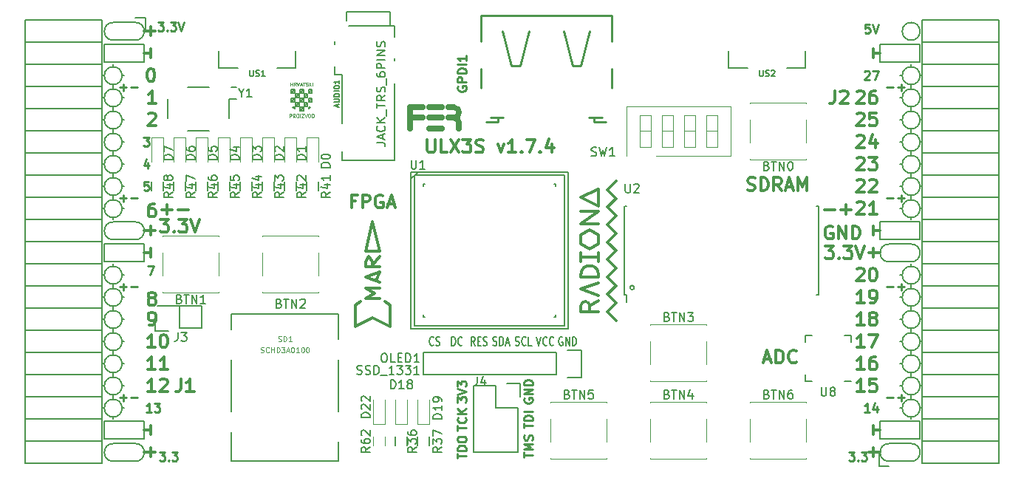
<source format=gto>
G04 #@! TF.FileFunction,Legend,Top*
%FSLAX46Y46*%
G04 Gerber Fmt 4.6, Leading zero omitted, Abs format (unit mm)*
G04 Created by KiCad (PCBNEW 4.0.7+dfsg1-1) date Sat Dec  9 02:02:02 2017*
%MOMM*%
%LPD*%
G01*
G04 APERTURE LIST*
%ADD10C,0.100000*%
%ADD11C,0.300000*%
%ADD12C,0.200000*%
%ADD13C,0.250000*%
%ADD14C,0.150000*%
%ADD15C,0.120000*%
%ADD16C,0.700000*%
%ADD17C,0.254000*%
%ADD18C,0.075000*%
%ADD19C,0.152400*%
%ADD20C,0.124460*%
G04 APERTURE END LIST*
D10*
D11*
X182492000Y-87582000D02*
X182492000Y-88598000D01*
X181984000Y-88090000D02*
X183254000Y-88090000D01*
X182492000Y-110442000D02*
X182492000Y-111458000D01*
X183254000Y-110950000D02*
X181984000Y-110950000D01*
X99688000Y-110442000D02*
X99688000Y-111458000D01*
X98926000Y-110950000D02*
X100196000Y-110950000D01*
X99688000Y-62182000D02*
X99688000Y-63198000D01*
X98926000Y-62690000D02*
X100196000Y-62690000D01*
X99688000Y-85042000D02*
X99688000Y-86058000D01*
X98926000Y-85550000D02*
X100196000Y-85550000D01*
D12*
X97910000Y-63706000D02*
G75*
G03X97910000Y-61674000I0J1016000D01*
G01*
X184270000Y-109934000D02*
G75*
G03X184270000Y-111966000I0J-1016000D01*
G01*
X95370000Y-111966000D02*
X97910000Y-111966000D01*
X95370000Y-109934000D02*
X97910000Y-109934000D01*
X97910000Y-111966000D02*
G75*
G03X97910000Y-109934000I0J1016000D01*
G01*
X95370000Y-109934000D02*
G75*
G03X95370000Y-111966000I0J-1016000D01*
G01*
X95370000Y-61674000D02*
X97910000Y-61674000D01*
X95370000Y-63706000D02*
X97910000Y-63706000D01*
X95370000Y-61674000D02*
G75*
G03X95370000Y-63706000I0J-1016000D01*
G01*
X95370000Y-84534000D02*
X97910000Y-84534000D01*
X95370000Y-86566000D02*
X97910000Y-86566000D01*
X95370000Y-84534000D02*
G75*
G03X95370000Y-86566000I0J-1016000D01*
G01*
X97910000Y-86566000D02*
G75*
G03X97910000Y-84534000I0J1016000D01*
G01*
X187826000Y-62690000D02*
G75*
G03X187826000Y-62690000I-1016000J0D01*
G01*
X184270000Y-89106000D02*
X186810000Y-89106000D01*
X184270000Y-87074000D02*
X186810000Y-87074000D01*
X184270000Y-87074000D02*
G75*
G03X184270000Y-89106000I0J-1016000D01*
G01*
X186810000Y-89106000D02*
G75*
G03X186810000Y-87074000I0J1016000D01*
G01*
X186810000Y-111966000D02*
X184270000Y-111966000D01*
X186810000Y-109934000D02*
X184270000Y-109934000D01*
X186810000Y-111966000D02*
G75*
G03X186810000Y-109934000I0J1016000D01*
G01*
X94354000Y-66246000D02*
X94354000Y-64214000D01*
X98926000Y-66246000D02*
X94354000Y-66246000D01*
X98926000Y-64214000D02*
X98926000Y-66246000D01*
X94354000Y-64214000D02*
X98926000Y-64214000D01*
X94354000Y-87074000D02*
X98926000Y-87074000D01*
X94354000Y-89106000D02*
X94354000Y-87074000D01*
X98926000Y-89106000D02*
X94354000Y-89106000D01*
X98926000Y-87074000D02*
X98926000Y-89106000D01*
X94354000Y-109426000D02*
X98926000Y-109426000D01*
X94354000Y-107394000D02*
X94354000Y-109426000D01*
X98926000Y-107394000D02*
X94354000Y-107394000D01*
X98926000Y-109426000D02*
X98926000Y-107394000D01*
X183254000Y-109426000D02*
X187826000Y-109426000D01*
X183254000Y-107394000D02*
X183254000Y-109426000D01*
X187826000Y-107394000D02*
X187826000Y-109426000D01*
X183254000Y-107394000D02*
X187826000Y-107394000D01*
X183254000Y-66246000D02*
X187826000Y-66246000D01*
X183254000Y-64214000D02*
X183254000Y-66246000D01*
X187826000Y-64214000D02*
X183254000Y-64214000D01*
X187826000Y-66246000D02*
X187826000Y-64214000D01*
X183254000Y-84534000D02*
X187826000Y-84534000D01*
X183254000Y-86566000D02*
X183254000Y-84534000D01*
X187826000Y-86566000D02*
X183254000Y-86566000D01*
X187826000Y-84534000D02*
X187826000Y-86566000D01*
D13*
X96148000Y-69111429D02*
X96909905Y-69111429D01*
X96528953Y-69492381D02*
X96528953Y-68730476D01*
X97386095Y-69111429D02*
X98148000Y-69111429D01*
X96148000Y-81811429D02*
X96909905Y-81811429D01*
X96528953Y-82192381D02*
X96528953Y-81430476D01*
X97386095Y-81811429D02*
X98148000Y-81811429D01*
X96148000Y-91971429D02*
X96909905Y-91971429D01*
X96528953Y-92352381D02*
X96528953Y-91590476D01*
X97386095Y-91971429D02*
X98148000Y-91971429D01*
X96148000Y-104671429D02*
X96909905Y-104671429D01*
X96528953Y-105052381D02*
X96528953Y-104290476D01*
X97386095Y-104671429D02*
X98148000Y-104671429D01*
X184032000Y-104671429D02*
X184793905Y-104671429D01*
X185270095Y-104671429D02*
X186032000Y-104671429D01*
X185651048Y-105052381D02*
X185651048Y-104290476D01*
X184032000Y-91971429D02*
X184793905Y-91971429D01*
X185270095Y-91971429D02*
X186032000Y-91971429D01*
X185651048Y-92352381D02*
X185651048Y-91590476D01*
X184032000Y-81811429D02*
X184793905Y-81811429D01*
X185270095Y-81811429D02*
X186032000Y-81811429D01*
X185651048Y-82192381D02*
X185651048Y-81430476D01*
X184032000Y-69111429D02*
X184793905Y-69111429D01*
X185270095Y-69111429D02*
X186032000Y-69111429D01*
X185651048Y-69492381D02*
X185651048Y-68730476D01*
D11*
X176928000Y-83117143D02*
X178070857Y-83117143D01*
X178785143Y-83117143D02*
X179928000Y-83117143D01*
X179356571Y-83688571D02*
X179356571Y-82545714D01*
D12*
X187826000Y-67770000D02*
G75*
G03X187826000Y-67770000I-1016000J0D01*
G01*
X187826000Y-70310000D02*
G75*
G03X187826000Y-70310000I-1016000J0D01*
G01*
X187826000Y-72850000D02*
G75*
G03X187826000Y-72850000I-1016000J0D01*
G01*
X187826000Y-75390000D02*
G75*
G03X187826000Y-75390000I-1016000J0D01*
G01*
X187826000Y-77930000D02*
G75*
G03X187826000Y-77930000I-1016000J0D01*
G01*
X187826000Y-80470000D02*
G75*
G03X187826000Y-80470000I-1016000J0D01*
G01*
X187826000Y-83010000D02*
G75*
G03X187826000Y-83010000I-1016000J0D01*
G01*
X187826000Y-90630000D02*
G75*
G03X187826000Y-90630000I-1016000J0D01*
G01*
X187826000Y-93170000D02*
G75*
G03X187826000Y-93170000I-1016000J0D01*
G01*
X187826000Y-95710000D02*
G75*
G03X187826000Y-95710000I-1016000J0D01*
G01*
X187826000Y-98250000D02*
G75*
G03X187826000Y-98250000I-1016000J0D01*
G01*
X187826000Y-100790000D02*
G75*
G03X187826000Y-100790000I-1016000J0D01*
G01*
X187826000Y-103330000D02*
G75*
G03X187826000Y-103330000I-1016000J0D01*
G01*
X187826000Y-105870000D02*
G75*
G03X187826000Y-105870000I-1016000J0D01*
G01*
X96386000Y-105870000D02*
G75*
G03X96386000Y-105870000I-1016000J0D01*
G01*
X96386000Y-103330000D02*
G75*
G03X96386000Y-103330000I-1016000J0D01*
G01*
X96386000Y-100790000D02*
G75*
G03X96386000Y-100790000I-1016000J0D01*
G01*
X96386000Y-98250000D02*
G75*
G03X96386000Y-98250000I-1016000J0D01*
G01*
X96386000Y-95710000D02*
G75*
G03X96386000Y-95710000I-1016000J0D01*
G01*
X96386000Y-93170000D02*
G75*
G03X96386000Y-93170000I-1016000J0D01*
G01*
X96386000Y-90630000D02*
G75*
G03X96386000Y-90630000I-1016000J0D01*
G01*
X96386000Y-83010000D02*
G75*
G03X96386000Y-83010000I-1016000J0D01*
G01*
X96386000Y-80470000D02*
G75*
G03X96386000Y-80470000I-1016000J0D01*
G01*
X96386000Y-77930000D02*
G75*
G03X96386000Y-77930000I-1016000J0D01*
G01*
X96386000Y-75390000D02*
G75*
G03X96386000Y-75390000I-1016000J0D01*
G01*
X96386000Y-72850000D02*
G75*
G03X96386000Y-72850000I-1016000J0D01*
G01*
X96386000Y-70310000D02*
G75*
G03X96386000Y-70310000I-1016000J0D01*
G01*
X96386000Y-67770000D02*
G75*
G03X96386000Y-67770000I-1016000J0D01*
G01*
D11*
X177793143Y-85054000D02*
X177650286Y-84982571D01*
X177436000Y-84982571D01*
X177221715Y-85054000D01*
X177078857Y-85196857D01*
X177007429Y-85339714D01*
X176936000Y-85625429D01*
X176936000Y-85839714D01*
X177007429Y-86125429D01*
X177078857Y-86268286D01*
X177221715Y-86411143D01*
X177436000Y-86482571D01*
X177578857Y-86482571D01*
X177793143Y-86411143D01*
X177864572Y-86339714D01*
X177864572Y-85839714D01*
X177578857Y-85839714D01*
X178507429Y-86482571D02*
X178507429Y-84982571D01*
X179364572Y-86482571D01*
X179364572Y-84982571D01*
X180078858Y-86482571D02*
X180078858Y-84982571D01*
X180436001Y-84982571D01*
X180650286Y-85054000D01*
X180793144Y-85196857D01*
X180864572Y-85339714D01*
X180936001Y-85625429D01*
X180936001Y-85839714D01*
X180864572Y-86125429D01*
X180793144Y-86268286D01*
X180650286Y-86411143D01*
X180436001Y-86482571D01*
X180078858Y-86482571D01*
X182492000Y-86058000D02*
X182492000Y-85042000D01*
X183254000Y-85550000D02*
X182492000Y-85550000D01*
X182492000Y-107902000D02*
X182492000Y-108918000D01*
X182492000Y-108410000D02*
X183254000Y-108410000D01*
D13*
X182047524Y-106322381D02*
X181476095Y-106322381D01*
X181761809Y-106322381D02*
X181761809Y-105322381D01*
X181666571Y-105465238D01*
X181571333Y-105560476D01*
X181476095Y-105608095D01*
X182904667Y-105655714D02*
X182904667Y-106322381D01*
X182666571Y-105274762D02*
X182428476Y-105989048D01*
X183047524Y-105989048D01*
X181476095Y-67317619D02*
X181523714Y-67270000D01*
X181618952Y-67222381D01*
X181857048Y-67222381D01*
X181952286Y-67270000D01*
X181999905Y-67317619D01*
X182047524Y-67412857D01*
X182047524Y-67508095D01*
X181999905Y-67650952D01*
X181428476Y-68222381D01*
X182047524Y-68222381D01*
X182380857Y-67222381D02*
X183047524Y-67222381D01*
X182618952Y-68222381D01*
D11*
X182492000Y-64722000D02*
X182492000Y-65738000D01*
X182492000Y-65230000D02*
X183254000Y-65230000D01*
X99688000Y-107902000D02*
X99688000Y-108918000D01*
X98926000Y-108410000D02*
X99688000Y-108410000D01*
D13*
X98846667Y-74842381D02*
X99465715Y-74842381D01*
X99132381Y-75223333D01*
X99275239Y-75223333D01*
X99370477Y-75270952D01*
X99418096Y-75318571D01*
X99465715Y-75413810D01*
X99465715Y-75651905D01*
X99418096Y-75747143D01*
X99370477Y-75794762D01*
X99275239Y-75842381D01*
X98989524Y-75842381D01*
X98894286Y-75794762D01*
X98846667Y-75747143D01*
X99370477Y-77715714D02*
X99370477Y-78382381D01*
X99132381Y-77334762D02*
X98894286Y-78049048D01*
X99513334Y-78049048D01*
X99418096Y-79922381D02*
X98941905Y-79922381D01*
X98894286Y-80398571D01*
X98941905Y-80350952D01*
X99037143Y-80303333D01*
X99275239Y-80303333D01*
X99370477Y-80350952D01*
X99418096Y-80398571D01*
X99465715Y-80493810D01*
X99465715Y-80731905D01*
X99418096Y-80827143D01*
X99370477Y-80874762D01*
X99275239Y-80922381D01*
X99037143Y-80922381D01*
X98941905Y-80874762D01*
X98894286Y-80827143D01*
X99751524Y-106322381D02*
X99180095Y-106322381D01*
X99465809Y-106322381D02*
X99465809Y-105322381D01*
X99370571Y-105465238D01*
X99275333Y-105560476D01*
X99180095Y-105608095D01*
X100084857Y-105322381D02*
X100703905Y-105322381D01*
X100370571Y-105703333D01*
X100513429Y-105703333D01*
X100608667Y-105750952D01*
X100656286Y-105798571D01*
X100703905Y-105893810D01*
X100703905Y-106131905D01*
X100656286Y-106227143D01*
X100608667Y-106274762D01*
X100513429Y-106322381D01*
X100227714Y-106322381D01*
X100132476Y-106274762D01*
X100084857Y-106227143D01*
X99354667Y-89574381D02*
X100021334Y-89574381D01*
X99592762Y-90574381D01*
D11*
X99688000Y-87582000D02*
X99688000Y-88598000D01*
X98926000Y-88090000D02*
X99688000Y-88090000D01*
X99688000Y-64722000D02*
X99688000Y-65738000D01*
X98926000Y-65230000D02*
X99688000Y-65230000D01*
D13*
X100497810Y-61634381D02*
X101116858Y-61634381D01*
X100783524Y-62015333D01*
X100926382Y-62015333D01*
X101021620Y-62062952D01*
X101069239Y-62110571D01*
X101116858Y-62205810D01*
X101116858Y-62443905D01*
X101069239Y-62539143D01*
X101021620Y-62586762D01*
X100926382Y-62634381D01*
X100640667Y-62634381D01*
X100545429Y-62586762D01*
X100497810Y-62539143D01*
X101545429Y-62539143D02*
X101593048Y-62586762D01*
X101545429Y-62634381D01*
X101497810Y-62586762D01*
X101545429Y-62539143D01*
X101545429Y-62634381D01*
X101926381Y-61634381D02*
X102545429Y-61634381D01*
X102212095Y-62015333D01*
X102354953Y-62015333D01*
X102450191Y-62062952D01*
X102497810Y-62110571D01*
X102545429Y-62205810D01*
X102545429Y-62443905D01*
X102497810Y-62539143D01*
X102450191Y-62586762D01*
X102354953Y-62634381D01*
X102069238Y-62634381D01*
X101974000Y-62586762D01*
X101926381Y-62539143D01*
X102831143Y-61634381D02*
X103164476Y-62634381D01*
X103497810Y-61634381D01*
X179666381Y-110910381D02*
X180285429Y-110910381D01*
X179952095Y-111291333D01*
X180094953Y-111291333D01*
X180190191Y-111338952D01*
X180237810Y-111386571D01*
X180285429Y-111481810D01*
X180285429Y-111719905D01*
X180237810Y-111815143D01*
X180190191Y-111862762D01*
X180094953Y-111910381D01*
X179809238Y-111910381D01*
X179714000Y-111862762D01*
X179666381Y-111815143D01*
X180714000Y-111815143D02*
X180761619Y-111862762D01*
X180714000Y-111910381D01*
X180666381Y-111862762D01*
X180714000Y-111815143D01*
X180714000Y-111910381D01*
X181094952Y-110910381D02*
X181714000Y-110910381D01*
X181380666Y-111291333D01*
X181523524Y-111291333D01*
X181618762Y-111338952D01*
X181666381Y-111386571D01*
X181714000Y-111481810D01*
X181714000Y-111719905D01*
X181666381Y-111815143D01*
X181618762Y-111862762D01*
X181523524Y-111910381D01*
X181237809Y-111910381D01*
X181142571Y-111862762D01*
X181094952Y-111815143D01*
D11*
X100775715Y-84220571D02*
X101704286Y-84220571D01*
X101204286Y-84792000D01*
X101418572Y-84792000D01*
X101561429Y-84863429D01*
X101632858Y-84934857D01*
X101704286Y-85077714D01*
X101704286Y-85434857D01*
X101632858Y-85577714D01*
X101561429Y-85649143D01*
X101418572Y-85720571D01*
X100990000Y-85720571D01*
X100847143Y-85649143D01*
X100775715Y-85577714D01*
X102347143Y-85577714D02*
X102418571Y-85649143D01*
X102347143Y-85720571D01*
X102275714Y-85649143D01*
X102347143Y-85577714D01*
X102347143Y-85720571D01*
X102918572Y-84220571D02*
X103847143Y-84220571D01*
X103347143Y-84792000D01*
X103561429Y-84792000D01*
X103704286Y-84863429D01*
X103775715Y-84934857D01*
X103847143Y-85077714D01*
X103847143Y-85434857D01*
X103775715Y-85577714D01*
X103704286Y-85649143D01*
X103561429Y-85720571D01*
X103132857Y-85720571D01*
X102990000Y-85649143D01*
X102918572Y-85577714D01*
X104275714Y-84220571D02*
X104775714Y-85720571D01*
X105275714Y-84220571D01*
D13*
X100672381Y-110910381D02*
X101291429Y-110910381D01*
X100958095Y-111291333D01*
X101100953Y-111291333D01*
X101196191Y-111338952D01*
X101243810Y-111386571D01*
X101291429Y-111481810D01*
X101291429Y-111719905D01*
X101243810Y-111815143D01*
X101196191Y-111862762D01*
X101100953Y-111910381D01*
X100815238Y-111910381D01*
X100720000Y-111862762D01*
X100672381Y-111815143D01*
X101720000Y-111815143D02*
X101767619Y-111862762D01*
X101720000Y-111910381D01*
X101672381Y-111862762D01*
X101720000Y-111815143D01*
X101720000Y-111910381D01*
X102100952Y-110910381D02*
X102720000Y-110910381D01*
X102386666Y-111291333D01*
X102529524Y-111291333D01*
X102624762Y-111338952D01*
X102672381Y-111386571D01*
X102720000Y-111481810D01*
X102720000Y-111719905D01*
X102672381Y-111815143D01*
X102624762Y-111862762D01*
X102529524Y-111910381D01*
X102243809Y-111910381D01*
X102148571Y-111862762D01*
X102100952Y-111815143D01*
X182047524Y-61888381D02*
X181571333Y-61888381D01*
X181523714Y-62364571D01*
X181571333Y-62316952D01*
X181666571Y-62269333D01*
X181904667Y-62269333D01*
X181999905Y-62316952D01*
X182047524Y-62364571D01*
X182095143Y-62459810D01*
X182095143Y-62697905D01*
X182047524Y-62793143D01*
X181999905Y-62840762D01*
X181904667Y-62888381D01*
X181666571Y-62888381D01*
X181571333Y-62840762D01*
X181523714Y-62793143D01*
X182380857Y-61888381D02*
X182714190Y-62888381D01*
X183047524Y-61888381D01*
D11*
X180587143Y-69631429D02*
X180658572Y-69560000D01*
X180801429Y-69488571D01*
X181158572Y-69488571D01*
X181301429Y-69560000D01*
X181372858Y-69631429D01*
X181444286Y-69774286D01*
X181444286Y-69917143D01*
X181372858Y-70131429D01*
X180515715Y-70988571D01*
X181444286Y-70988571D01*
X182730000Y-69488571D02*
X182444286Y-69488571D01*
X182301429Y-69560000D01*
X182230000Y-69631429D01*
X182087143Y-69845714D01*
X182015714Y-70131429D01*
X182015714Y-70702857D01*
X182087143Y-70845714D01*
X182158571Y-70917143D01*
X182301429Y-70988571D01*
X182587143Y-70988571D01*
X182730000Y-70917143D01*
X182801429Y-70845714D01*
X182872857Y-70702857D01*
X182872857Y-70345714D01*
X182801429Y-70202857D01*
X182730000Y-70131429D01*
X182587143Y-70060000D01*
X182301429Y-70060000D01*
X182158571Y-70131429D01*
X182087143Y-70202857D01*
X182015714Y-70345714D01*
X180587143Y-72171429D02*
X180658572Y-72100000D01*
X180801429Y-72028571D01*
X181158572Y-72028571D01*
X181301429Y-72100000D01*
X181372858Y-72171429D01*
X181444286Y-72314286D01*
X181444286Y-72457143D01*
X181372858Y-72671429D01*
X180515715Y-73528571D01*
X181444286Y-73528571D01*
X182801429Y-72028571D02*
X182087143Y-72028571D01*
X182015714Y-72742857D01*
X182087143Y-72671429D01*
X182230000Y-72600000D01*
X182587143Y-72600000D01*
X182730000Y-72671429D01*
X182801429Y-72742857D01*
X182872857Y-72885714D01*
X182872857Y-73242857D01*
X182801429Y-73385714D01*
X182730000Y-73457143D01*
X182587143Y-73528571D01*
X182230000Y-73528571D01*
X182087143Y-73457143D01*
X182015714Y-73385714D01*
X180587143Y-74711429D02*
X180658572Y-74640000D01*
X180801429Y-74568571D01*
X181158572Y-74568571D01*
X181301429Y-74640000D01*
X181372858Y-74711429D01*
X181444286Y-74854286D01*
X181444286Y-74997143D01*
X181372858Y-75211429D01*
X180515715Y-76068571D01*
X181444286Y-76068571D01*
X182730000Y-75068571D02*
X182730000Y-76068571D01*
X182372857Y-74497143D02*
X182015714Y-75568571D01*
X182944286Y-75568571D01*
X180587143Y-77251429D02*
X180658572Y-77180000D01*
X180801429Y-77108571D01*
X181158572Y-77108571D01*
X181301429Y-77180000D01*
X181372858Y-77251429D01*
X181444286Y-77394286D01*
X181444286Y-77537143D01*
X181372858Y-77751429D01*
X180515715Y-78608571D01*
X181444286Y-78608571D01*
X181944286Y-77108571D02*
X182872857Y-77108571D01*
X182372857Y-77680000D01*
X182587143Y-77680000D01*
X182730000Y-77751429D01*
X182801429Y-77822857D01*
X182872857Y-77965714D01*
X182872857Y-78322857D01*
X182801429Y-78465714D01*
X182730000Y-78537143D01*
X182587143Y-78608571D01*
X182158571Y-78608571D01*
X182015714Y-78537143D01*
X181944286Y-78465714D01*
X180587143Y-79791429D02*
X180658572Y-79720000D01*
X180801429Y-79648571D01*
X181158572Y-79648571D01*
X181301429Y-79720000D01*
X181372858Y-79791429D01*
X181444286Y-79934286D01*
X181444286Y-80077143D01*
X181372858Y-80291429D01*
X180515715Y-81148571D01*
X181444286Y-81148571D01*
X182015714Y-79791429D02*
X182087143Y-79720000D01*
X182230000Y-79648571D01*
X182587143Y-79648571D01*
X182730000Y-79720000D01*
X182801429Y-79791429D01*
X182872857Y-79934286D01*
X182872857Y-80077143D01*
X182801429Y-80291429D01*
X181944286Y-81148571D01*
X182872857Y-81148571D01*
X180587143Y-82331429D02*
X180658572Y-82260000D01*
X180801429Y-82188571D01*
X181158572Y-82188571D01*
X181301429Y-82260000D01*
X181372858Y-82331429D01*
X181444286Y-82474286D01*
X181444286Y-82617143D01*
X181372858Y-82831429D01*
X180515715Y-83688571D01*
X181444286Y-83688571D01*
X182872857Y-83688571D02*
X182015714Y-83688571D01*
X182444286Y-83688571D02*
X182444286Y-82188571D01*
X182301429Y-82402857D01*
X182158571Y-82545714D01*
X182015714Y-82617143D01*
X176975715Y-87268571D02*
X177904286Y-87268571D01*
X177404286Y-87840000D01*
X177618572Y-87840000D01*
X177761429Y-87911429D01*
X177832858Y-87982857D01*
X177904286Y-88125714D01*
X177904286Y-88482857D01*
X177832858Y-88625714D01*
X177761429Y-88697143D01*
X177618572Y-88768571D01*
X177190000Y-88768571D01*
X177047143Y-88697143D01*
X176975715Y-88625714D01*
X178547143Y-88625714D02*
X178618571Y-88697143D01*
X178547143Y-88768571D01*
X178475714Y-88697143D01*
X178547143Y-88625714D01*
X178547143Y-88768571D01*
X179118572Y-87268571D02*
X180047143Y-87268571D01*
X179547143Y-87840000D01*
X179761429Y-87840000D01*
X179904286Y-87911429D01*
X179975715Y-87982857D01*
X180047143Y-88125714D01*
X180047143Y-88482857D01*
X179975715Y-88625714D01*
X179904286Y-88697143D01*
X179761429Y-88768571D01*
X179332857Y-88768571D01*
X179190000Y-88697143D01*
X179118572Y-88625714D01*
X180475714Y-87268571D02*
X180975714Y-88768571D01*
X181475714Y-87268571D01*
X180587143Y-89951429D02*
X180658572Y-89880000D01*
X180801429Y-89808571D01*
X181158572Y-89808571D01*
X181301429Y-89880000D01*
X181372858Y-89951429D01*
X181444286Y-90094286D01*
X181444286Y-90237143D01*
X181372858Y-90451429D01*
X180515715Y-91308571D01*
X181444286Y-91308571D01*
X182372857Y-89808571D02*
X182515714Y-89808571D01*
X182658571Y-89880000D01*
X182730000Y-89951429D01*
X182801429Y-90094286D01*
X182872857Y-90380000D01*
X182872857Y-90737143D01*
X182801429Y-91022857D01*
X182730000Y-91165714D01*
X182658571Y-91237143D01*
X182515714Y-91308571D01*
X182372857Y-91308571D01*
X182230000Y-91237143D01*
X182158571Y-91165714D01*
X182087143Y-91022857D01*
X182015714Y-90737143D01*
X182015714Y-90380000D01*
X182087143Y-90094286D01*
X182158571Y-89951429D01*
X182230000Y-89880000D01*
X182372857Y-89808571D01*
X181444286Y-93848571D02*
X180587143Y-93848571D01*
X181015715Y-93848571D02*
X181015715Y-92348571D01*
X180872858Y-92562857D01*
X180730000Y-92705714D01*
X180587143Y-92777143D01*
X182158571Y-93848571D02*
X182444286Y-93848571D01*
X182587143Y-93777143D01*
X182658571Y-93705714D01*
X182801429Y-93491429D01*
X182872857Y-93205714D01*
X182872857Y-92634286D01*
X182801429Y-92491429D01*
X182730000Y-92420000D01*
X182587143Y-92348571D01*
X182301429Y-92348571D01*
X182158571Y-92420000D01*
X182087143Y-92491429D01*
X182015714Y-92634286D01*
X182015714Y-92991429D01*
X182087143Y-93134286D01*
X182158571Y-93205714D01*
X182301429Y-93277143D01*
X182587143Y-93277143D01*
X182730000Y-93205714D01*
X182801429Y-93134286D01*
X182872857Y-92991429D01*
X181444286Y-96388571D02*
X180587143Y-96388571D01*
X181015715Y-96388571D02*
X181015715Y-94888571D01*
X180872858Y-95102857D01*
X180730000Y-95245714D01*
X180587143Y-95317143D01*
X182301429Y-95531429D02*
X182158571Y-95460000D01*
X182087143Y-95388571D01*
X182015714Y-95245714D01*
X182015714Y-95174286D01*
X182087143Y-95031429D01*
X182158571Y-94960000D01*
X182301429Y-94888571D01*
X182587143Y-94888571D01*
X182730000Y-94960000D01*
X182801429Y-95031429D01*
X182872857Y-95174286D01*
X182872857Y-95245714D01*
X182801429Y-95388571D01*
X182730000Y-95460000D01*
X182587143Y-95531429D01*
X182301429Y-95531429D01*
X182158571Y-95602857D01*
X182087143Y-95674286D01*
X182015714Y-95817143D01*
X182015714Y-96102857D01*
X182087143Y-96245714D01*
X182158571Y-96317143D01*
X182301429Y-96388571D01*
X182587143Y-96388571D01*
X182730000Y-96317143D01*
X182801429Y-96245714D01*
X182872857Y-96102857D01*
X182872857Y-95817143D01*
X182801429Y-95674286D01*
X182730000Y-95602857D01*
X182587143Y-95531429D01*
X181444286Y-98928571D02*
X180587143Y-98928571D01*
X181015715Y-98928571D02*
X181015715Y-97428571D01*
X180872858Y-97642857D01*
X180730000Y-97785714D01*
X180587143Y-97857143D01*
X181944286Y-97428571D02*
X182944286Y-97428571D01*
X182301429Y-98928571D01*
X181444286Y-101468571D02*
X180587143Y-101468571D01*
X181015715Y-101468571D02*
X181015715Y-99968571D01*
X180872858Y-100182857D01*
X180730000Y-100325714D01*
X180587143Y-100397143D01*
X182730000Y-99968571D02*
X182444286Y-99968571D01*
X182301429Y-100040000D01*
X182230000Y-100111429D01*
X182087143Y-100325714D01*
X182015714Y-100611429D01*
X182015714Y-101182857D01*
X182087143Y-101325714D01*
X182158571Y-101397143D01*
X182301429Y-101468571D01*
X182587143Y-101468571D01*
X182730000Y-101397143D01*
X182801429Y-101325714D01*
X182872857Y-101182857D01*
X182872857Y-100825714D01*
X182801429Y-100682857D01*
X182730000Y-100611429D01*
X182587143Y-100540000D01*
X182301429Y-100540000D01*
X182158571Y-100611429D01*
X182087143Y-100682857D01*
X182015714Y-100825714D01*
X181444286Y-104008571D02*
X180587143Y-104008571D01*
X181015715Y-104008571D02*
X181015715Y-102508571D01*
X180872858Y-102722857D01*
X180730000Y-102865714D01*
X180587143Y-102937143D01*
X182801429Y-102508571D02*
X182087143Y-102508571D01*
X182015714Y-103222857D01*
X182087143Y-103151429D01*
X182230000Y-103080000D01*
X182587143Y-103080000D01*
X182730000Y-103151429D01*
X182801429Y-103222857D01*
X182872857Y-103365714D01*
X182872857Y-103722857D01*
X182801429Y-103865714D01*
X182730000Y-103937143D01*
X182587143Y-104008571D01*
X182230000Y-104008571D01*
X182087143Y-103937143D01*
X182015714Y-103865714D01*
D12*
X186810000Y-66500000D02*
X186810000Y-66754000D01*
X187826000Y-67770000D02*
X188080000Y-67770000D01*
X185540000Y-67770000D02*
X185794000Y-67770000D01*
X186810000Y-69294000D02*
X186810000Y-68786000D01*
X187826000Y-70310000D02*
X188080000Y-70310000D01*
X185540000Y-70310000D02*
X185794000Y-70310000D01*
X186810000Y-71326000D02*
X186810000Y-71834000D01*
X187826000Y-72850000D02*
X188080000Y-72850000D01*
X185540000Y-72850000D02*
X185794000Y-72850000D01*
X186810000Y-73866000D02*
X186810000Y-74374000D01*
X187826000Y-75390000D02*
X188080000Y-75390000D01*
X185540000Y-75390000D02*
X185794000Y-75390000D01*
X186810000Y-76406000D02*
X186810000Y-76914000D01*
X187826000Y-77930000D02*
X188080000Y-77930000D01*
X185540000Y-77930000D02*
X185794000Y-77930000D01*
X186810000Y-79454000D02*
X186810000Y-78946000D01*
X187826000Y-80470000D02*
X188080000Y-80470000D01*
X185540000Y-80470000D02*
X185794000Y-80470000D01*
X186810000Y-81994000D02*
X186810000Y-81486000D01*
X187826000Y-83010000D02*
X188080000Y-83010000D01*
X185540000Y-83010000D02*
X185794000Y-83010000D01*
X186810000Y-84026000D02*
X186810000Y-84280000D01*
X186810000Y-89360000D02*
X186810000Y-89614000D01*
X187826000Y-90630000D02*
X188080000Y-90630000D01*
X185540000Y-90630000D02*
X185794000Y-90630000D01*
X186810000Y-91646000D02*
X186810000Y-92154000D01*
X187826000Y-93170000D02*
X188080000Y-93170000D01*
X185540000Y-93170000D02*
X185794000Y-93170000D01*
X186810000Y-94186000D02*
X186810000Y-94694000D01*
X187826000Y-95710000D02*
X188080000Y-95710000D01*
X185540000Y-95710000D02*
X185794000Y-95710000D01*
X186810000Y-97234000D02*
X186810000Y-96726000D01*
X187826000Y-98250000D02*
X188080000Y-98250000D01*
X185540000Y-98250000D02*
X185794000Y-98250000D01*
X187826000Y-100790000D02*
X188080000Y-100790000D01*
X185540000Y-100790000D02*
X185794000Y-100790000D01*
X186810000Y-99266000D02*
X186810000Y-99774000D01*
X186810000Y-102314000D02*
X186810000Y-101806000D01*
X187826000Y-103330000D02*
X188080000Y-103330000D01*
X185540000Y-103330000D02*
X185794000Y-103330000D01*
X186810000Y-104346000D02*
X186810000Y-104854000D01*
X185540000Y-105870000D02*
X185794000Y-105870000D01*
X187826000Y-105870000D02*
X188080000Y-105870000D01*
X186810000Y-106886000D02*
X186810000Y-107140000D01*
X95370000Y-66754000D02*
X95370000Y-66500000D01*
X96386000Y-67770000D02*
X96640000Y-67770000D01*
X94100000Y-67770000D02*
X94354000Y-67770000D01*
X95370000Y-68786000D02*
X95370000Y-69294000D01*
X96386000Y-70310000D02*
X96640000Y-70310000D01*
X94100000Y-70310000D02*
X94354000Y-70310000D01*
X95370000Y-71326000D02*
X95370000Y-71834000D01*
X96386000Y-72850000D02*
X96640000Y-72850000D01*
X94100000Y-72850000D02*
X94354000Y-72850000D01*
X95370000Y-73866000D02*
X95370000Y-74374000D01*
X96386000Y-75390000D02*
X96640000Y-75390000D01*
X95370000Y-76406000D02*
X95370000Y-76914000D01*
X96386000Y-77930000D02*
X96640000Y-77930000D01*
X94100000Y-77930000D02*
X94354000Y-77930000D01*
X95370000Y-79454000D02*
X95370000Y-78946000D01*
X96386000Y-80470000D02*
X96640000Y-80470000D01*
X94100000Y-80470000D02*
X94354000Y-80470000D01*
X95370000Y-81486000D02*
X95370000Y-81994000D01*
X96386000Y-83010000D02*
X96640000Y-83010000D01*
X95370000Y-84026000D02*
X95370000Y-84280000D01*
X94100000Y-83010000D02*
X94354000Y-83010000D01*
X95370000Y-106886000D02*
X95370000Y-107140000D01*
X95370000Y-89360000D02*
X95370000Y-89614000D01*
X96386000Y-93170000D02*
X96640000Y-93170000D01*
X94100000Y-93170000D02*
X94354000Y-93170000D01*
X95370000Y-94186000D02*
X95370000Y-94694000D01*
X94100000Y-90630000D02*
X94354000Y-90630000D01*
X96386000Y-90630000D02*
X96640000Y-90630000D01*
X95370000Y-92154000D02*
X95370000Y-91646000D01*
X96386000Y-95710000D02*
X96640000Y-95710000D01*
X94100000Y-95710000D02*
X94354000Y-95710000D01*
X96386000Y-98250000D02*
X96640000Y-98250000D01*
X94354000Y-98250000D02*
X94100000Y-98250000D01*
X95370000Y-96726000D02*
X95370000Y-97234000D01*
X95370000Y-99266000D02*
X95370000Y-99774000D01*
X94100000Y-100790000D02*
X94354000Y-100790000D01*
X96386000Y-100790000D02*
X96640000Y-100790000D01*
X94100000Y-103330000D02*
X94354000Y-103330000D01*
X96386000Y-103330000D02*
X96640000Y-103330000D01*
X95370000Y-101806000D02*
X95370000Y-102314000D01*
X95370000Y-104346000D02*
X95370000Y-104854000D01*
X96386000Y-105870000D02*
X96640000Y-105870000D01*
X94100000Y-105870000D02*
X94354000Y-105870000D01*
D11*
X100982000Y-83117143D02*
X102124857Y-83117143D01*
X101553428Y-83688571D02*
X101553428Y-82545714D01*
X102839143Y-83117143D02*
X103982000Y-83117143D01*
X100164286Y-104008571D02*
X99307143Y-104008571D01*
X99735715Y-104008571D02*
X99735715Y-102508571D01*
X99592858Y-102722857D01*
X99450000Y-102865714D01*
X99307143Y-102937143D01*
X100735714Y-102651429D02*
X100807143Y-102580000D01*
X100950000Y-102508571D01*
X101307143Y-102508571D01*
X101450000Y-102580000D01*
X101521429Y-102651429D01*
X101592857Y-102794286D01*
X101592857Y-102937143D01*
X101521429Y-103151429D01*
X100664286Y-104008571D01*
X101592857Y-104008571D01*
X100164286Y-101468571D02*
X99307143Y-101468571D01*
X99735715Y-101468571D02*
X99735715Y-99968571D01*
X99592858Y-100182857D01*
X99450000Y-100325714D01*
X99307143Y-100397143D01*
X101592857Y-101468571D02*
X100735714Y-101468571D01*
X101164286Y-101468571D02*
X101164286Y-99968571D01*
X101021429Y-100182857D01*
X100878571Y-100325714D01*
X100735714Y-100397143D01*
X100164286Y-98928571D02*
X99307143Y-98928571D01*
X99735715Y-98928571D02*
X99735715Y-97428571D01*
X99592858Y-97642857D01*
X99450000Y-97785714D01*
X99307143Y-97857143D01*
X101092857Y-97428571D02*
X101235714Y-97428571D01*
X101378571Y-97500000D01*
X101450000Y-97571429D01*
X101521429Y-97714286D01*
X101592857Y-98000000D01*
X101592857Y-98357143D01*
X101521429Y-98642857D01*
X101450000Y-98785714D01*
X101378571Y-98857143D01*
X101235714Y-98928571D01*
X101092857Y-98928571D01*
X100950000Y-98857143D01*
X100878571Y-98785714D01*
X100807143Y-98642857D01*
X100735714Y-98357143D01*
X100735714Y-98000000D01*
X100807143Y-97714286D01*
X100878571Y-97571429D01*
X100950000Y-97500000D01*
X101092857Y-97428571D01*
X99529286Y-96388571D02*
X99815001Y-96388571D01*
X99957858Y-96317143D01*
X100029286Y-96245714D01*
X100172144Y-96031429D01*
X100243572Y-95745714D01*
X100243572Y-95174286D01*
X100172144Y-95031429D01*
X100100715Y-94960000D01*
X99957858Y-94888571D01*
X99672144Y-94888571D01*
X99529286Y-94960000D01*
X99457858Y-95031429D01*
X99386429Y-95174286D01*
X99386429Y-95531429D01*
X99457858Y-95674286D01*
X99529286Y-95745714D01*
X99672144Y-95817143D01*
X99957858Y-95817143D01*
X100100715Y-95745714D01*
X100172144Y-95674286D01*
X100243572Y-95531429D01*
X99672144Y-93245429D02*
X99529286Y-93174000D01*
X99457858Y-93102571D01*
X99386429Y-92959714D01*
X99386429Y-92888286D01*
X99457858Y-92745429D01*
X99529286Y-92674000D01*
X99672144Y-92602571D01*
X99957858Y-92602571D01*
X100100715Y-92674000D01*
X100172144Y-92745429D01*
X100243572Y-92888286D01*
X100243572Y-92959714D01*
X100172144Y-93102571D01*
X100100715Y-93174000D01*
X99957858Y-93245429D01*
X99672144Y-93245429D01*
X99529286Y-93316857D01*
X99457858Y-93388286D01*
X99386429Y-93531143D01*
X99386429Y-93816857D01*
X99457858Y-93959714D01*
X99529286Y-94031143D01*
X99672144Y-94102571D01*
X99957858Y-94102571D01*
X100100715Y-94031143D01*
X100172144Y-93959714D01*
X100243572Y-93816857D01*
X100243572Y-93531143D01*
X100172144Y-93388286D01*
X100100715Y-93316857D01*
X99957858Y-93245429D01*
X100100715Y-82442571D02*
X99815001Y-82442571D01*
X99672144Y-82514000D01*
X99600715Y-82585429D01*
X99457858Y-82799714D01*
X99386429Y-83085429D01*
X99386429Y-83656857D01*
X99457858Y-83799714D01*
X99529286Y-83871143D01*
X99672144Y-83942571D01*
X99957858Y-83942571D01*
X100100715Y-83871143D01*
X100172144Y-83799714D01*
X100243572Y-83656857D01*
X100243572Y-83299714D01*
X100172144Y-83156857D01*
X100100715Y-83085429D01*
X99957858Y-83014000D01*
X99672144Y-83014000D01*
X99529286Y-83085429D01*
X99457858Y-83156857D01*
X99386429Y-83299714D01*
X99386429Y-72171429D02*
X99457858Y-72100000D01*
X99600715Y-72028571D01*
X99957858Y-72028571D01*
X100100715Y-72100000D01*
X100172144Y-72171429D01*
X100243572Y-72314286D01*
X100243572Y-72457143D01*
X100172144Y-72671429D01*
X99315001Y-73528571D01*
X100243572Y-73528571D01*
X100243572Y-70988571D02*
X99386429Y-70988571D01*
X99815001Y-70988571D02*
X99815001Y-69488571D01*
X99672144Y-69702857D01*
X99529286Y-69845714D01*
X99386429Y-69917143D01*
X99616572Y-66948571D02*
X99759429Y-66948571D01*
X99902286Y-67020000D01*
X99973715Y-67091429D01*
X100045144Y-67234286D01*
X100116572Y-67520000D01*
X100116572Y-67877143D01*
X100045144Y-68162857D01*
X99973715Y-68305714D01*
X99902286Y-68377143D01*
X99759429Y-68448571D01*
X99616572Y-68448571D01*
X99473715Y-68377143D01*
X99402286Y-68305714D01*
X99330858Y-68162857D01*
X99259429Y-67877143D01*
X99259429Y-67520000D01*
X99330858Y-67234286D01*
X99402286Y-67091429D01*
X99473715Y-67020000D01*
X99616572Y-66948571D01*
X131371430Y-75076571D02*
X131371430Y-76290857D01*
X131442858Y-76433714D01*
X131514287Y-76505143D01*
X131657144Y-76576571D01*
X131942858Y-76576571D01*
X132085716Y-76505143D01*
X132157144Y-76433714D01*
X132228573Y-76290857D01*
X132228573Y-75076571D01*
X133657145Y-76576571D02*
X132942859Y-76576571D01*
X132942859Y-75076571D01*
X134014288Y-75076571D02*
X135014288Y-76576571D01*
X135014288Y-75076571D02*
X134014288Y-76576571D01*
X135442859Y-75076571D02*
X136371430Y-75076571D01*
X135871430Y-75648000D01*
X136085716Y-75648000D01*
X136228573Y-75719429D01*
X136300002Y-75790857D01*
X136371430Y-75933714D01*
X136371430Y-76290857D01*
X136300002Y-76433714D01*
X136228573Y-76505143D01*
X136085716Y-76576571D01*
X135657144Y-76576571D01*
X135514287Y-76505143D01*
X135442859Y-76433714D01*
X136942858Y-76505143D02*
X137157144Y-76576571D01*
X137514287Y-76576571D01*
X137657144Y-76505143D01*
X137728573Y-76433714D01*
X137800001Y-76290857D01*
X137800001Y-76148000D01*
X137728573Y-76005143D01*
X137657144Y-75933714D01*
X137514287Y-75862286D01*
X137228573Y-75790857D01*
X137085715Y-75719429D01*
X137014287Y-75648000D01*
X136942858Y-75505143D01*
X136942858Y-75362286D01*
X137014287Y-75219429D01*
X137085715Y-75148000D01*
X137228573Y-75076571D01*
X137585715Y-75076571D01*
X137800001Y-75148000D01*
X139442858Y-75576571D02*
X139800001Y-76576571D01*
X140157143Y-75576571D01*
X141514286Y-76576571D02*
X140657143Y-76576571D01*
X141085715Y-76576571D02*
X141085715Y-75076571D01*
X140942858Y-75290857D01*
X140800000Y-75433714D01*
X140657143Y-75505143D01*
X142157143Y-76433714D02*
X142228571Y-76505143D01*
X142157143Y-76576571D01*
X142085714Y-76505143D01*
X142157143Y-76433714D01*
X142157143Y-76576571D01*
X142728572Y-75076571D02*
X143728572Y-75076571D01*
X143085715Y-76576571D01*
X144300000Y-76433714D02*
X144371428Y-76505143D01*
X144300000Y-76576571D01*
X144228571Y-76505143D01*
X144300000Y-76433714D01*
X144300000Y-76576571D01*
X145657143Y-75576571D02*
X145657143Y-76576571D01*
X145300000Y-75005143D02*
X144942857Y-76076571D01*
X145871429Y-76076571D01*
X123159429Y-82140857D02*
X122659429Y-82140857D01*
X122659429Y-82926571D02*
X122659429Y-81426571D01*
X123373715Y-81426571D01*
X123945143Y-82926571D02*
X123945143Y-81426571D01*
X124516571Y-81426571D01*
X124659429Y-81498000D01*
X124730857Y-81569429D01*
X124802286Y-81712286D01*
X124802286Y-81926571D01*
X124730857Y-82069429D01*
X124659429Y-82140857D01*
X124516571Y-82212286D01*
X123945143Y-82212286D01*
X126230857Y-81498000D02*
X126088000Y-81426571D01*
X125873714Y-81426571D01*
X125659429Y-81498000D01*
X125516571Y-81640857D01*
X125445143Y-81783714D01*
X125373714Y-82069429D01*
X125373714Y-82283714D01*
X125445143Y-82569429D01*
X125516571Y-82712286D01*
X125659429Y-82855143D01*
X125873714Y-82926571D01*
X126016571Y-82926571D01*
X126230857Y-82855143D01*
X126302286Y-82783714D01*
X126302286Y-82283714D01*
X126016571Y-82283714D01*
X126873714Y-82498000D02*
X127588000Y-82498000D01*
X126730857Y-82926571D02*
X127230857Y-81426571D01*
X127730857Y-82926571D01*
X168077929Y-80886643D02*
X168292215Y-80958071D01*
X168649358Y-80958071D01*
X168792215Y-80886643D01*
X168863644Y-80815214D01*
X168935072Y-80672357D01*
X168935072Y-80529500D01*
X168863644Y-80386643D01*
X168792215Y-80315214D01*
X168649358Y-80243786D01*
X168363644Y-80172357D01*
X168220786Y-80100929D01*
X168149358Y-80029500D01*
X168077929Y-79886643D01*
X168077929Y-79743786D01*
X168149358Y-79600929D01*
X168220786Y-79529500D01*
X168363644Y-79458071D01*
X168720786Y-79458071D01*
X168935072Y-79529500D01*
X169577929Y-80958071D02*
X169577929Y-79458071D01*
X169935072Y-79458071D01*
X170149357Y-79529500D01*
X170292215Y-79672357D01*
X170363643Y-79815214D01*
X170435072Y-80100929D01*
X170435072Y-80315214D01*
X170363643Y-80600929D01*
X170292215Y-80743786D01*
X170149357Y-80886643D01*
X169935072Y-80958071D01*
X169577929Y-80958071D01*
X171935072Y-80958071D02*
X171435072Y-80243786D01*
X171077929Y-80958071D02*
X171077929Y-79458071D01*
X171649357Y-79458071D01*
X171792215Y-79529500D01*
X171863643Y-79600929D01*
X171935072Y-79743786D01*
X171935072Y-79958071D01*
X171863643Y-80100929D01*
X171792215Y-80172357D01*
X171649357Y-80243786D01*
X171077929Y-80243786D01*
X172506500Y-80529500D02*
X173220786Y-80529500D01*
X172363643Y-80958071D02*
X172863643Y-79458071D01*
X173363643Y-80958071D01*
X173863643Y-80958071D02*
X173863643Y-79458071D01*
X174363643Y-80529500D01*
X174863643Y-79458071D01*
X174863643Y-80958071D01*
X169966857Y-100278000D02*
X170681143Y-100278000D01*
X169824000Y-100706571D02*
X170324000Y-99206571D01*
X170824000Y-100706571D01*
X171324000Y-100706571D02*
X171324000Y-99206571D01*
X171681143Y-99206571D01*
X171895428Y-99278000D01*
X172038286Y-99420857D01*
X172109714Y-99563714D01*
X172181143Y-99849429D01*
X172181143Y-100063714D01*
X172109714Y-100349429D01*
X172038286Y-100492286D01*
X171895428Y-100635143D01*
X171681143Y-100706571D01*
X171324000Y-100706571D01*
X173681143Y-100563714D02*
X173609714Y-100635143D01*
X173395428Y-100706571D01*
X173252571Y-100706571D01*
X173038286Y-100635143D01*
X172895428Y-100492286D01*
X172824000Y-100349429D01*
X172752571Y-100063714D01*
X172752571Y-99849429D01*
X172824000Y-99563714D01*
X172895428Y-99420857D01*
X173038286Y-99278000D01*
X173252571Y-99206571D01*
X173395428Y-99206571D01*
X173609714Y-99278000D01*
X173681143Y-99349429D01*
D13*
X142447381Y-111521333D02*
X142447381Y-110949904D01*
X143447381Y-111235619D02*
X142447381Y-111235619D01*
X143447381Y-110616571D02*
X142447381Y-110616571D01*
X143161667Y-110283237D01*
X142447381Y-109949904D01*
X143447381Y-109949904D01*
X143399762Y-109521333D02*
X143447381Y-109378476D01*
X143447381Y-109140380D01*
X143399762Y-109045142D01*
X143352143Y-108997523D01*
X143256905Y-108949904D01*
X143161667Y-108949904D01*
X143066429Y-108997523D01*
X143018810Y-109045142D01*
X142971190Y-109140380D01*
X142923571Y-109330857D01*
X142875952Y-109426095D01*
X142828333Y-109473714D01*
X142733095Y-109521333D01*
X142637857Y-109521333D01*
X142542619Y-109473714D01*
X142495000Y-109426095D01*
X142447381Y-109330857D01*
X142447381Y-109092761D01*
X142495000Y-108949904D01*
X142447381Y-108163809D02*
X142447381Y-107592380D01*
X143447381Y-107878095D02*
X142447381Y-107878095D01*
X143447381Y-107259047D02*
X142447381Y-107259047D01*
X142447381Y-107020952D01*
X142495000Y-106878094D01*
X142590238Y-106782856D01*
X142685476Y-106735237D01*
X142875952Y-106687618D01*
X143018810Y-106687618D01*
X143209286Y-106735237D01*
X143304524Y-106782856D01*
X143399762Y-106878094D01*
X143447381Y-107020952D01*
X143447381Y-107259047D01*
X143447381Y-106259047D02*
X142447381Y-106259047D01*
X142495000Y-104726904D02*
X142447381Y-104822142D01*
X142447381Y-104964999D01*
X142495000Y-105107857D01*
X142590238Y-105203095D01*
X142685476Y-105250714D01*
X142875952Y-105298333D01*
X143018810Y-105298333D01*
X143209286Y-105250714D01*
X143304524Y-105203095D01*
X143399762Y-105107857D01*
X143447381Y-104964999D01*
X143447381Y-104869761D01*
X143399762Y-104726904D01*
X143352143Y-104679285D01*
X143018810Y-104679285D01*
X143018810Y-104869761D01*
X143447381Y-104250714D02*
X142447381Y-104250714D01*
X143447381Y-103679285D01*
X142447381Y-103679285D01*
X143447381Y-103203095D02*
X142447381Y-103203095D01*
X142447381Y-102965000D01*
X142495000Y-102822142D01*
X142590238Y-102726904D01*
X142685476Y-102679285D01*
X142875952Y-102631666D01*
X143018810Y-102631666D01*
X143209286Y-102679285D01*
X143304524Y-102726904D01*
X143399762Y-102822142D01*
X143447381Y-102965000D01*
X143447381Y-103203095D01*
X134827381Y-111624524D02*
X134827381Y-111053095D01*
X135827381Y-111338810D02*
X134827381Y-111338810D01*
X135827381Y-110719762D02*
X134827381Y-110719762D01*
X134827381Y-110481667D01*
X134875000Y-110338809D01*
X134970238Y-110243571D01*
X135065476Y-110195952D01*
X135255952Y-110148333D01*
X135398810Y-110148333D01*
X135589286Y-110195952D01*
X135684524Y-110243571D01*
X135779762Y-110338809D01*
X135827381Y-110481667D01*
X135827381Y-110719762D01*
X134827381Y-109529286D02*
X134827381Y-109338809D01*
X134875000Y-109243571D01*
X134970238Y-109148333D01*
X135160714Y-109100714D01*
X135494048Y-109100714D01*
X135684524Y-109148333D01*
X135779762Y-109243571D01*
X135827381Y-109338809D01*
X135827381Y-109529286D01*
X135779762Y-109624524D01*
X135684524Y-109719762D01*
X135494048Y-109767381D01*
X135160714Y-109767381D01*
X134970238Y-109719762D01*
X134875000Y-109624524D01*
X134827381Y-109529286D01*
X134827381Y-108425714D02*
X134827381Y-107854285D01*
X135827381Y-108140000D02*
X134827381Y-108140000D01*
X135732143Y-106949523D02*
X135779762Y-106997142D01*
X135827381Y-107139999D01*
X135827381Y-107235237D01*
X135779762Y-107378095D01*
X135684524Y-107473333D01*
X135589286Y-107520952D01*
X135398810Y-107568571D01*
X135255952Y-107568571D01*
X135065476Y-107520952D01*
X134970238Y-107473333D01*
X134875000Y-107378095D01*
X134827381Y-107235237D01*
X134827381Y-107139999D01*
X134875000Y-106997142D01*
X134922619Y-106949523D01*
X135827381Y-106520952D02*
X134827381Y-106520952D01*
X135827381Y-105949523D02*
X135255952Y-106378095D01*
X134827381Y-105949523D02*
X135398810Y-106520952D01*
X134827381Y-105203095D02*
X134827381Y-104584047D01*
X135208333Y-104917381D01*
X135208333Y-104774523D01*
X135255952Y-104679285D01*
X135303571Y-104631666D01*
X135398810Y-104584047D01*
X135636905Y-104584047D01*
X135732143Y-104631666D01*
X135779762Y-104679285D01*
X135827381Y-104774523D01*
X135827381Y-105060238D01*
X135779762Y-105155476D01*
X135732143Y-105203095D01*
X134827381Y-104298333D02*
X135827381Y-103965000D01*
X134827381Y-103631666D01*
X134827381Y-103393571D02*
X134827381Y-102774523D01*
X135208333Y-103107857D01*
X135208333Y-102964999D01*
X135255952Y-102869761D01*
X135303571Y-102822142D01*
X135398810Y-102774523D01*
X135636905Y-102774523D01*
X135732143Y-102822142D01*
X135779762Y-102869761D01*
X135827381Y-102964999D01*
X135827381Y-103250714D01*
X135779762Y-103345952D01*
X135732143Y-103393571D01*
D14*
X85270000Y-112220000D02*
X94100000Y-112220000D01*
X85270000Y-109680000D02*
X85270000Y-112220000D01*
X94100000Y-109680000D02*
X94100000Y-112220000D01*
X94100000Y-112220000D02*
X85270000Y-112220000D01*
X94100000Y-109680000D02*
X85270000Y-109680000D01*
X94100000Y-107140000D02*
X94100000Y-109680000D01*
X85270000Y-107140000D02*
X85270000Y-109680000D01*
X85270000Y-109680000D02*
X94100000Y-109680000D01*
X85270000Y-91900000D02*
X94100000Y-91900000D01*
X85270000Y-89360000D02*
X85270000Y-91900000D01*
X94100000Y-89360000D02*
X94100000Y-91900000D01*
X94100000Y-91900000D02*
X85270000Y-91900000D01*
X94100000Y-94440000D02*
X85270000Y-94440000D01*
X94100000Y-91900000D02*
X94100000Y-94440000D01*
X85270000Y-91900000D02*
X85270000Y-94440000D01*
X85270000Y-94440000D02*
X94100000Y-94440000D01*
X85270000Y-107140000D02*
X94100000Y-107140000D01*
X85270000Y-104600000D02*
X85270000Y-107140000D01*
X94100000Y-104600000D02*
X94100000Y-107140000D01*
X94100000Y-107140000D02*
X85270000Y-107140000D01*
X94100000Y-104600000D02*
X85270000Y-104600000D01*
X94100000Y-102060000D02*
X94100000Y-104600000D01*
X85270000Y-102060000D02*
X85270000Y-104600000D01*
X85270000Y-104600000D02*
X94100000Y-104600000D01*
X85270000Y-102060000D02*
X94100000Y-102060000D01*
X85270000Y-99520000D02*
X85270000Y-102060000D01*
X94100000Y-99520000D02*
X94100000Y-102060000D01*
X94100000Y-102060000D02*
X85270000Y-102060000D01*
X94100000Y-99520000D02*
X85270000Y-99520000D01*
X94100000Y-96980000D02*
X94100000Y-99520000D01*
X85270000Y-96980000D02*
X85270000Y-99520000D01*
X85270000Y-99520000D02*
X94100000Y-99520000D01*
X85270000Y-96980000D02*
X94100000Y-96980000D01*
X85270000Y-94440000D02*
X85270000Y-96980000D01*
X94100000Y-94440000D02*
X94100000Y-96980000D01*
X94100000Y-96980000D02*
X85270000Y-96980000D01*
X94100000Y-79200000D02*
X85270000Y-79200000D01*
X94100000Y-76660000D02*
X94100000Y-79200000D01*
X85270000Y-76660000D02*
X85270000Y-79200000D01*
X85270000Y-79200000D02*
X94100000Y-79200000D01*
X85270000Y-81740000D02*
X94100000Y-81740000D01*
X85270000Y-79200000D02*
X85270000Y-81740000D01*
X94100000Y-79200000D02*
X94100000Y-81740000D01*
X94100000Y-81740000D02*
X85270000Y-81740000D01*
X94100000Y-84280000D02*
X85270000Y-84280000D01*
X94100000Y-81740000D02*
X94100000Y-84280000D01*
X85270000Y-81740000D02*
X85270000Y-84280000D01*
X85270000Y-84280000D02*
X94100000Y-84280000D01*
X85270000Y-86820000D02*
X94100000Y-86820000D01*
X85270000Y-84280000D02*
X85270000Y-86820000D01*
X94100000Y-84280000D02*
X94100000Y-86820000D01*
X94100000Y-86820000D02*
X85270000Y-86820000D01*
X94100000Y-89360000D02*
X85270000Y-89360000D01*
X94100000Y-86820000D02*
X94100000Y-89360000D01*
X85270000Y-86820000D02*
X85270000Y-89360000D01*
X85270000Y-89360000D02*
X94100000Y-89360000D01*
X85270000Y-76660000D02*
X94100000Y-76660000D01*
X85270000Y-74120000D02*
X85270000Y-76660000D01*
X94100000Y-74120000D02*
X94100000Y-76660000D01*
X94100000Y-76660000D02*
X85270000Y-76660000D01*
X94100000Y-74120000D02*
X85270000Y-74120000D01*
X94100000Y-71580000D02*
X94100000Y-74120000D01*
X85270000Y-71580000D02*
X85270000Y-74120000D01*
X85270000Y-74120000D02*
X94100000Y-74120000D01*
X85270000Y-71580000D02*
X94100000Y-71580000D01*
X85270000Y-69040000D02*
X85270000Y-71580000D01*
X94100000Y-69040000D02*
X94100000Y-71580000D01*
X94100000Y-71580000D02*
X85270000Y-71580000D01*
X94100000Y-69040000D02*
X85270000Y-69040000D01*
X94100000Y-66500000D02*
X94100000Y-69040000D01*
X85270000Y-66500000D02*
X85270000Y-69040000D01*
X85270000Y-69040000D02*
X94100000Y-69040000D01*
X85270000Y-66500000D02*
X94100000Y-66500000D01*
X85270000Y-63960000D02*
X85270000Y-66500000D01*
X94100000Y-63960000D02*
X94100000Y-66500000D01*
X94100000Y-66500000D02*
X85270000Y-66500000D01*
X94100000Y-63960000D02*
X85270000Y-63960000D01*
X94100000Y-61420000D02*
X94100000Y-63960000D01*
X99060000Y-62690000D02*
X99060000Y-61140000D01*
X99060000Y-61140000D02*
X97910000Y-61140000D01*
X94100000Y-61420000D02*
X85270000Y-61420000D01*
X85270000Y-61420000D02*
X85270000Y-63960000D01*
X85270000Y-63960000D02*
X94100000Y-63960000D01*
X196910000Y-61420000D02*
X188080000Y-61420000D01*
X196910000Y-63960000D02*
X196910000Y-61420000D01*
X188080000Y-63960000D02*
X188080000Y-61420000D01*
X188080000Y-61420000D02*
X196910000Y-61420000D01*
X188080000Y-63960000D02*
X196910000Y-63960000D01*
X188080000Y-66500000D02*
X188080000Y-63960000D01*
X196910000Y-66500000D02*
X196910000Y-63960000D01*
X196910000Y-63960000D02*
X188080000Y-63960000D01*
X196910000Y-81740000D02*
X188080000Y-81740000D01*
X196910000Y-84280000D02*
X196910000Y-81740000D01*
X188080000Y-84280000D02*
X188080000Y-81740000D01*
X188080000Y-81740000D02*
X196910000Y-81740000D01*
X188080000Y-79200000D02*
X196910000Y-79200000D01*
X188080000Y-81740000D02*
X188080000Y-79200000D01*
X196910000Y-81740000D02*
X196910000Y-79200000D01*
X196910000Y-79200000D02*
X188080000Y-79200000D01*
X196910000Y-66500000D02*
X188080000Y-66500000D01*
X196910000Y-69040000D02*
X196910000Y-66500000D01*
X188080000Y-69040000D02*
X188080000Y-66500000D01*
X188080000Y-66500000D02*
X196910000Y-66500000D01*
X188080000Y-69040000D02*
X196910000Y-69040000D01*
X188080000Y-71580000D02*
X188080000Y-69040000D01*
X196910000Y-71580000D02*
X196910000Y-69040000D01*
X196910000Y-69040000D02*
X188080000Y-69040000D01*
X196910000Y-71580000D02*
X188080000Y-71580000D01*
X196910000Y-74120000D02*
X196910000Y-71580000D01*
X188080000Y-74120000D02*
X188080000Y-71580000D01*
X188080000Y-71580000D02*
X196910000Y-71580000D01*
X188080000Y-74120000D02*
X196910000Y-74120000D01*
X188080000Y-76660000D02*
X188080000Y-74120000D01*
X196910000Y-76660000D02*
X196910000Y-74120000D01*
X196910000Y-74120000D02*
X188080000Y-74120000D01*
X196910000Y-76660000D02*
X188080000Y-76660000D01*
X196910000Y-79200000D02*
X196910000Y-76660000D01*
X188080000Y-79200000D02*
X188080000Y-76660000D01*
X188080000Y-76660000D02*
X196910000Y-76660000D01*
X188080000Y-94440000D02*
X196910000Y-94440000D01*
X188080000Y-96980000D02*
X188080000Y-94440000D01*
X196910000Y-96980000D02*
X196910000Y-94440000D01*
X196910000Y-94440000D02*
X188080000Y-94440000D01*
X196910000Y-91900000D02*
X188080000Y-91900000D01*
X196910000Y-94440000D02*
X196910000Y-91900000D01*
X188080000Y-94440000D02*
X188080000Y-91900000D01*
X188080000Y-91900000D02*
X196910000Y-91900000D01*
X188080000Y-89360000D02*
X196910000Y-89360000D01*
X188080000Y-91900000D02*
X188080000Y-89360000D01*
X196910000Y-91900000D02*
X196910000Y-89360000D01*
X196910000Y-89360000D02*
X188080000Y-89360000D01*
X196910000Y-86820000D02*
X188080000Y-86820000D01*
X196910000Y-89360000D02*
X196910000Y-86820000D01*
X188080000Y-89360000D02*
X188080000Y-86820000D01*
X188080000Y-86820000D02*
X196910000Y-86820000D01*
X188080000Y-84280000D02*
X196910000Y-84280000D01*
X188080000Y-86820000D02*
X188080000Y-84280000D01*
X196910000Y-86820000D02*
X196910000Y-84280000D01*
X196910000Y-84280000D02*
X188080000Y-84280000D01*
X196910000Y-96980000D02*
X188080000Y-96980000D01*
X196910000Y-99520000D02*
X196910000Y-96980000D01*
X188080000Y-99520000D02*
X188080000Y-96980000D01*
X188080000Y-96980000D02*
X196910000Y-96980000D01*
X188080000Y-99520000D02*
X196910000Y-99520000D01*
X188080000Y-102060000D02*
X188080000Y-99520000D01*
X196910000Y-102060000D02*
X196910000Y-99520000D01*
X196910000Y-99520000D02*
X188080000Y-99520000D01*
X196910000Y-102060000D02*
X188080000Y-102060000D01*
X196910000Y-104600000D02*
X196910000Y-102060000D01*
X188080000Y-104600000D02*
X188080000Y-102060000D01*
X188080000Y-102060000D02*
X196910000Y-102060000D01*
X188080000Y-104600000D02*
X196910000Y-104600000D01*
X188080000Y-107140000D02*
X188080000Y-104600000D01*
X196910000Y-107140000D02*
X196910000Y-104600000D01*
X196910000Y-104600000D02*
X188080000Y-104600000D01*
X196910000Y-107140000D02*
X188080000Y-107140000D01*
X196910000Y-109680000D02*
X196910000Y-107140000D01*
X188080000Y-109680000D02*
X188080000Y-107140000D01*
X188080000Y-107140000D02*
X196910000Y-107140000D01*
X188080000Y-109680000D02*
X196910000Y-109680000D01*
X188080000Y-112220000D02*
X188080000Y-109680000D01*
X183120000Y-110950000D02*
X183120000Y-112500000D01*
X183120000Y-112500000D02*
X184270000Y-112500000D01*
X188080000Y-112220000D02*
X196910000Y-112220000D01*
X196910000Y-112220000D02*
X196910000Y-109680000D01*
X196910000Y-109680000D02*
X188080000Y-109680000D01*
X100170000Y-95456000D02*
X100170000Y-97006000D01*
X102990000Y-94186000D02*
X100450000Y-94186000D01*
X100170000Y-97006000D02*
X101720000Y-97006000D01*
X105530000Y-94186000D02*
X102990000Y-94186000D01*
X102990000Y-94186000D02*
X102990000Y-96726000D01*
X102990000Y-96726000D02*
X105530000Y-96726000D01*
X105530000Y-96726000D02*
X105530000Y-94186000D01*
X127715000Y-110180000D02*
X127715000Y-109180000D01*
X129065000Y-109180000D02*
X129065000Y-110180000D01*
X131605000Y-109180000D02*
X131605000Y-110180000D01*
X130255000Y-110180000D02*
X130255000Y-109180000D01*
X116280000Y-64925000D02*
X116280000Y-66925000D01*
X116280000Y-66925000D02*
X114130000Y-66925000D01*
X109630000Y-66925000D02*
X107480000Y-66925000D01*
X107480000Y-66925000D02*
X107480000Y-64975000D01*
X174700000Y-64925000D02*
X174700000Y-66925000D01*
X174700000Y-66925000D02*
X172550000Y-66925000D01*
X168050000Y-66925000D02*
X165900000Y-66925000D01*
X165900000Y-66925000D02*
X165900000Y-64975000D01*
X141725000Y-110950000D02*
X141725000Y-105870000D01*
X142005000Y-103050000D02*
X142005000Y-104600000D01*
X139185000Y-103330000D02*
X139185000Y-105870000D01*
X139185000Y-105870000D02*
X141725000Y-105870000D01*
X141725000Y-110950000D02*
X136645000Y-110950000D01*
X136645000Y-110950000D02*
X136645000Y-105870000D01*
X142005000Y-103050000D02*
X140455000Y-103050000D01*
X136645000Y-103330000D02*
X139185000Y-103330000D01*
X136645000Y-105870000D02*
X136645000Y-103330000D01*
X118905000Y-79970000D02*
X118905000Y-80970000D01*
X117555000Y-80970000D02*
X117555000Y-79970000D01*
X116365000Y-79970000D02*
X116365000Y-80970000D01*
X115015000Y-80970000D02*
X115015000Y-79970000D01*
X113825000Y-79970000D02*
X113825000Y-80970000D01*
X112475000Y-80970000D02*
X112475000Y-79970000D01*
X111285000Y-79970000D02*
X111285000Y-80970000D01*
X109935000Y-80970000D02*
X109935000Y-79970000D01*
X108745000Y-79970000D02*
X108745000Y-80970000D01*
X107395000Y-80970000D02*
X107395000Y-79970000D01*
X106205000Y-79970000D02*
X106205000Y-80970000D01*
X104855000Y-80970000D02*
X104855000Y-79970000D01*
X103665000Y-79970000D02*
X103665000Y-80970000D01*
X102315000Y-80970000D02*
X102315000Y-79970000D01*
X101125000Y-79970000D02*
X101125000Y-80970000D01*
X99775000Y-80970000D02*
X99775000Y-79970000D01*
X174660000Y-102780000D02*
X174660000Y-102030000D01*
X179910000Y-97530000D02*
X179910000Y-98280000D01*
X174660000Y-97530000D02*
X174660000Y-98280000D01*
X179910000Y-102780000D02*
X179160000Y-102780000D01*
X179910000Y-97530000D02*
X179160000Y-97530000D01*
X174660000Y-97530000D02*
X175410000Y-97530000D01*
X174660000Y-102780000D02*
X175410000Y-102780000D01*
X146170000Y-99520000D02*
X130930000Y-99520000D01*
X130930000Y-99520000D02*
X130930000Y-102060000D01*
X130930000Y-102060000D02*
X146170000Y-102060000D01*
X148990000Y-99240000D02*
X147440000Y-99240000D01*
X146170000Y-99520000D02*
X146170000Y-102060000D01*
X147440000Y-102340000D02*
X148990000Y-102340000D01*
X148990000Y-102340000D02*
X148990000Y-99240000D01*
D15*
X168340000Y-77350000D02*
X168340000Y-77320000D01*
X168340000Y-70890000D02*
X168340000Y-70920000D01*
X174800000Y-70890000D02*
X174800000Y-70920000D01*
X174800000Y-77320000D02*
X174800000Y-77350000D01*
X168340000Y-75420000D02*
X168340000Y-72820000D01*
X174800000Y-77350000D02*
X168340000Y-77350000D01*
X174800000Y-75420000D02*
X174800000Y-72820000D01*
X174800000Y-70890000D02*
X168340000Y-70890000D01*
X107490000Y-86130000D02*
X107490000Y-86160000D01*
X107490000Y-92590000D02*
X107490000Y-92560000D01*
X101030000Y-92590000D02*
X101030000Y-92560000D01*
X101030000Y-86160000D02*
X101030000Y-86130000D01*
X107490000Y-88060000D02*
X107490000Y-90660000D01*
X101030000Y-86130000D02*
X107490000Y-86130000D01*
X101030000Y-88060000D02*
X101030000Y-90660000D01*
X101030000Y-92590000D02*
X107490000Y-92590000D01*
X118920000Y-86130000D02*
X118920000Y-86160000D01*
X118920000Y-92590000D02*
X118920000Y-92560000D01*
X112460000Y-92590000D02*
X112460000Y-92560000D01*
X112460000Y-86160000D02*
X112460000Y-86130000D01*
X118920000Y-88060000D02*
X118920000Y-90660000D01*
X112460000Y-86130000D02*
X118920000Y-86130000D01*
X112460000Y-88060000D02*
X112460000Y-90660000D01*
X112460000Y-92590000D02*
X118920000Y-92590000D01*
X163370000Y-96290000D02*
X163370000Y-96320000D01*
X163370000Y-102750000D02*
X163370000Y-102720000D01*
X156910000Y-102750000D02*
X156910000Y-102720000D01*
X156910000Y-96320000D02*
X156910000Y-96290000D01*
X163370000Y-98220000D02*
X163370000Y-100820000D01*
X156910000Y-96290000D02*
X163370000Y-96290000D01*
X156910000Y-98220000D02*
X156910000Y-100820000D01*
X156910000Y-102750000D02*
X163370000Y-102750000D01*
X156910000Y-111640000D02*
X156910000Y-111610000D01*
X156910000Y-105180000D02*
X156910000Y-105210000D01*
X163370000Y-105180000D02*
X163370000Y-105210000D01*
X163370000Y-111610000D02*
X163370000Y-111640000D01*
X156910000Y-109710000D02*
X156910000Y-107110000D01*
X163370000Y-111640000D02*
X156910000Y-111640000D01*
X163370000Y-109710000D02*
X163370000Y-107110000D01*
X163370000Y-105180000D02*
X156910000Y-105180000D01*
X145480000Y-111640000D02*
X145480000Y-111610000D01*
X145480000Y-105180000D02*
X145480000Y-105210000D01*
X151940000Y-105180000D02*
X151940000Y-105210000D01*
X151940000Y-111610000D02*
X151940000Y-111640000D01*
X145480000Y-109710000D02*
X145480000Y-107110000D01*
X151940000Y-111640000D02*
X145480000Y-111640000D01*
X151940000Y-109710000D02*
X151940000Y-107110000D01*
X151940000Y-105180000D02*
X145480000Y-105180000D01*
X168340000Y-111640000D02*
X168340000Y-111610000D01*
X168340000Y-105180000D02*
X168340000Y-105210000D01*
X174800000Y-105180000D02*
X174800000Y-105210000D01*
X174800000Y-111610000D02*
X174800000Y-111640000D01*
X168340000Y-109710000D02*
X168340000Y-107110000D01*
X174800000Y-111640000D02*
X168340000Y-111640000D01*
X174800000Y-109710000D02*
X174800000Y-107110000D01*
X174800000Y-105180000D02*
X168340000Y-105180000D01*
X154160000Y-76965000D02*
X154160000Y-71275000D01*
X154160000Y-71275000D02*
X166120000Y-71275000D01*
X166120000Y-71275000D02*
X166120000Y-76965000D01*
X166120000Y-76965000D02*
X157600000Y-76965000D01*
X155695000Y-75930000D02*
X156965000Y-75930000D01*
X156965000Y-75930000D02*
X156965000Y-72310000D01*
X156965000Y-72310000D02*
X155695000Y-72310000D01*
X155695000Y-72310000D02*
X155695000Y-75930000D01*
X155695000Y-74120000D02*
X156965000Y-74120000D01*
X158235000Y-75930000D02*
X159505000Y-75930000D01*
X159505000Y-75930000D02*
X159505000Y-72310000D01*
X159505000Y-72310000D02*
X158235000Y-72310000D01*
X158235000Y-72310000D02*
X158235000Y-75930000D01*
X158235000Y-74120000D02*
X159505000Y-74120000D01*
X160775000Y-75930000D02*
X162045000Y-75930000D01*
X162045000Y-75930000D02*
X162045000Y-72310000D01*
X162045000Y-72310000D02*
X160775000Y-72310000D01*
X160775000Y-72310000D02*
X160775000Y-75930000D01*
X160775000Y-74120000D02*
X162045000Y-74120000D01*
X163315000Y-75930000D02*
X164585000Y-75930000D01*
X164585000Y-75930000D02*
X164585000Y-72310000D01*
X164585000Y-72310000D02*
X163315000Y-72310000D01*
X163315000Y-72310000D02*
X163315000Y-75930000D01*
X163315000Y-74120000D02*
X164585000Y-74120000D01*
D14*
X130880000Y-80200000D02*
X131080000Y-80200000D01*
X130880000Y-80400000D02*
X130880000Y-80200000D01*
X146080000Y-80200000D02*
X146080000Y-80400000D01*
X145880000Y-80200000D02*
X146080000Y-80200000D01*
X146080000Y-95400000D02*
X146080000Y-95200000D01*
X145880000Y-95400000D02*
X146080000Y-95400000D01*
X130880000Y-95400000D02*
X131080000Y-95400000D01*
X130880000Y-95200000D02*
X130880000Y-95400000D01*
X130280000Y-78800000D02*
X129480000Y-79600000D01*
X129480000Y-96800000D02*
X129480000Y-78800000D01*
X147480000Y-96800000D02*
X129480000Y-96800000D01*
X147480000Y-78800000D02*
X147480000Y-96800000D01*
X129480000Y-78800000D02*
X147480000Y-78800000D01*
X129880000Y-96400000D02*
X129880000Y-79200000D01*
X147080000Y-96400000D02*
X129880000Y-96400000D01*
X147080000Y-79200000D02*
X147080000Y-96400000D01*
X129880000Y-79200000D02*
X147080000Y-79200000D01*
D11*
X149980000Y-94836000D02*
X149980000Y-94136000D01*
X148980000Y-94836000D02*
X148980000Y-94136000D01*
X151980000Y-80836000D02*
X152980000Y-79836000D01*
X152980000Y-81836000D02*
X151980000Y-80836000D01*
X151980000Y-82836000D02*
X152980000Y-81836000D01*
X152980000Y-83836000D02*
X151980000Y-82836000D01*
X151980000Y-84836000D02*
X152980000Y-83836000D01*
X152980000Y-85836000D02*
X151980000Y-84836000D01*
X151980000Y-86836000D02*
X152980000Y-85836000D01*
X152980000Y-87836000D02*
X151980000Y-86836000D01*
X151980000Y-88836000D02*
X152980000Y-87836000D01*
X152980000Y-89836000D02*
X151980000Y-88836000D01*
X151980000Y-90836000D02*
X152980000Y-89836000D01*
X152980000Y-91836000D02*
X151980000Y-90836000D01*
X151980000Y-92836000D02*
X152980000Y-91836000D01*
X152980000Y-93836000D02*
X151980000Y-92836000D01*
X151980000Y-94836000D02*
X152980000Y-93836000D01*
X152980000Y-95836000D02*
X151980000Y-94836000D01*
X150980000Y-90836000D02*
X150980000Y-90536000D01*
X148980000Y-90836000D02*
X148980000Y-90536000D01*
X148980000Y-89036000D02*
X148980000Y-88036000D01*
X150980000Y-89036000D02*
X150980000Y-88036000D01*
X150980000Y-83336000D02*
X148980000Y-83336000D01*
X148980000Y-84736000D02*
X150980000Y-83336000D01*
X149980000Y-94136000D02*
X150980000Y-93536000D01*
X149980000Y-85436000D02*
X150980000Y-86036000D01*
X148980000Y-86036000D02*
X149980000Y-85436000D01*
X149980000Y-87636000D02*
X148980000Y-87036000D01*
X150980000Y-87036000D02*
X149980000Y-87636000D01*
X148980000Y-86036000D02*
X148980000Y-87036000D01*
X150980000Y-87036000D02*
X150980000Y-86036000D01*
X150980000Y-80736000D02*
X150980000Y-82736000D01*
X148980000Y-81736000D02*
X150980000Y-80736000D01*
X150980000Y-82736000D02*
X148980000Y-81736000D01*
X150980000Y-84736000D02*
X148980000Y-84736000D01*
X148980000Y-88536000D02*
X150980000Y-88536000D01*
X150980000Y-90536000D02*
G75*
G03X148980000Y-90536000I-1000000J0D01*
G01*
X150980000Y-90836000D02*
X148980000Y-90836000D01*
X148980000Y-92236000D02*
X150980000Y-91536000D01*
X150980000Y-92936000D02*
X148980000Y-92236000D01*
X149980000Y-94136000D02*
G75*
G03X148980000Y-94136000I-500000J0D01*
G01*
X150980000Y-94836000D02*
X148980000Y-94836000D01*
X124288000Y-92084000D02*
X125888000Y-92084000D01*
X125288000Y-92684000D02*
X124288000Y-92084000D01*
X124288000Y-93284000D02*
X125288000Y-92684000D01*
X125888000Y-93284000D02*
X124288000Y-93284000D01*
X127088000Y-94084000D02*
X126488000Y-93684000D01*
X123088000Y-94084000D02*
X123688000Y-93684000D01*
X123088000Y-96484000D02*
X123088000Y-94084000D01*
X125088000Y-84484000D02*
X124288000Y-87884000D01*
X125888000Y-87884000D02*
X125088000Y-84484000D01*
X124288000Y-87884000D02*
X125888000Y-87884000D01*
X125088000Y-89484000D02*
X125888000Y-88484000D01*
X125088000Y-89084000D02*
X125088000Y-89684000D01*
X124688000Y-88484000D02*
X125088000Y-89084000D01*
X124288000Y-89084000D02*
X124688000Y-88484000D01*
X124288000Y-89684000D02*
X124288000Y-89084000D01*
X124288000Y-89684000D02*
X125888000Y-89684000D01*
X125888000Y-90284000D02*
X125488000Y-91284000D01*
X124288000Y-90884000D02*
X125888000Y-90284000D01*
X125888000Y-91484000D02*
X124288000Y-90884000D01*
X127088000Y-96484000D02*
X127088000Y-94084000D01*
X125088000Y-95484000D02*
X127088000Y-96484000D01*
X123088000Y-96484000D02*
X125088000Y-95484000D01*
D16*
X135000000Y-73196000D02*
X135000000Y-73796000D01*
X135000000Y-73196000D02*
G75*
G03X134400000Y-72596000I-600000J0D01*
G01*
X134400000Y-72596000D02*
G75*
G03X134400000Y-71396000I0J600000D01*
G01*
X133800000Y-72596000D02*
X134400000Y-72596000D01*
X133800000Y-71396000D02*
X134400000Y-71396000D01*
X129400000Y-71396000D02*
X129400000Y-73796000D01*
X131600000Y-73796000D02*
X133000000Y-73796000D01*
X131600000Y-72596000D02*
X133000000Y-72596000D01*
X131600000Y-71396000D02*
X133000000Y-71396000D01*
X129400000Y-71396000D02*
X130800000Y-71396000D01*
X129400000Y-72596000D02*
X130800000Y-72596000D01*
D12*
X115760000Y-70764000D02*
X116160000Y-70364000D01*
X115760000Y-69764000D02*
X116160000Y-69364000D01*
X116260000Y-70264000D02*
X116660000Y-69864000D01*
X116760000Y-69764000D02*
X117160000Y-69364000D01*
X117760000Y-69764000D02*
X118160000Y-69364000D01*
X117260000Y-70264000D02*
X117660000Y-69864000D01*
X116760000Y-70764000D02*
X117160000Y-70364000D01*
X116260000Y-71264000D02*
X116660000Y-70864000D01*
X117760000Y-70764000D02*
X118160000Y-70364000D01*
X117260000Y-71264000D02*
X117660000Y-70864000D01*
X116760000Y-71764000D02*
X117160000Y-71364000D01*
X117960000Y-71364000D02*
X117760000Y-71364000D01*
X117760000Y-71564000D02*
X117960000Y-71364000D01*
X117760000Y-71364000D02*
X117760000Y-71564000D01*
X117160000Y-71364000D02*
X116760000Y-71364000D01*
X117160000Y-71764000D02*
X117160000Y-71364000D01*
X116760000Y-71764000D02*
X117160000Y-71764000D01*
X116760000Y-71364000D02*
X116760000Y-71764000D01*
X116160000Y-71564000D02*
X115960000Y-71364000D01*
X116160000Y-71364000D02*
X116160000Y-71564000D01*
X115960000Y-71364000D02*
X116160000Y-71364000D01*
X117260000Y-71264000D02*
X117260000Y-70864000D01*
X117660000Y-71264000D02*
X117260000Y-71264000D01*
X117660000Y-70864000D02*
X117660000Y-71264000D01*
X117260000Y-70864000D02*
X117660000Y-70864000D01*
X116260000Y-71264000D02*
X116260000Y-70864000D01*
X116660000Y-71264000D02*
X116260000Y-71264000D01*
X116660000Y-70864000D02*
X116660000Y-71264000D01*
X116260000Y-70864000D02*
X116660000Y-70864000D01*
X118160000Y-70364000D02*
X117760000Y-70364000D01*
X118160000Y-70764000D02*
X118160000Y-70364000D01*
X117760000Y-70764000D02*
X118160000Y-70764000D01*
X117760000Y-70364000D02*
X117760000Y-70764000D01*
X117160000Y-70364000D02*
X116760000Y-70364000D01*
X117160000Y-70764000D02*
X117160000Y-70364000D01*
X116760000Y-70764000D02*
X117160000Y-70764000D01*
X116760000Y-70364000D02*
X116760000Y-70764000D01*
X115760000Y-70764000D02*
X115760000Y-70364000D01*
X116160000Y-70764000D02*
X115760000Y-70764000D01*
X116160000Y-70364000D02*
X116160000Y-70764000D01*
X115760000Y-70364000D02*
X116160000Y-70364000D01*
X117660000Y-69864000D02*
X117260000Y-69864000D01*
X117660000Y-70264000D02*
X117660000Y-69864000D01*
X117260000Y-70264000D02*
X117660000Y-70264000D01*
X117260000Y-69864000D02*
X117260000Y-70264000D01*
X116660000Y-69864000D02*
X116260000Y-69864000D01*
X116660000Y-70264000D02*
X116660000Y-69864000D01*
X116260000Y-70264000D02*
X116660000Y-70264000D01*
X116260000Y-69864000D02*
X116260000Y-70264000D01*
X118160000Y-69364000D02*
X117760000Y-69364000D01*
X118160000Y-69764000D02*
X118160000Y-69364000D01*
X117760000Y-69764000D02*
X118160000Y-69764000D01*
X117760000Y-69364000D02*
X117760000Y-69764000D01*
X116760000Y-69764000D02*
X116760000Y-69364000D01*
X117160000Y-69764000D02*
X116760000Y-69764000D01*
X117160000Y-69364000D02*
X117160000Y-69764000D01*
X116760000Y-69364000D02*
X117160000Y-69364000D01*
X115760000Y-69764000D02*
X115760000Y-69364000D01*
X116160000Y-69764000D02*
X115760000Y-69764000D01*
X116160000Y-69364000D02*
X116160000Y-69764000D01*
X115760000Y-69364000D02*
X116160000Y-69364000D01*
D15*
X125150000Y-107670000D02*
X126550000Y-107670000D01*
X126550000Y-107670000D02*
X126550000Y-104870000D01*
X125150000Y-107670000D02*
X125150000Y-104870000D01*
X125170000Y-110180000D02*
X125170000Y-109180000D01*
X126530000Y-109180000D02*
X126530000Y-110180000D01*
X127690000Y-107670000D02*
X129090000Y-107670000D01*
X129090000Y-107670000D02*
X129090000Y-104870000D01*
X127690000Y-107670000D02*
X127690000Y-104870000D01*
X118930000Y-74860000D02*
X117530000Y-74860000D01*
X117530000Y-74860000D02*
X117530000Y-77660000D01*
X118930000Y-74860000D02*
X118930000Y-77660000D01*
X116390000Y-74860000D02*
X114990000Y-74860000D01*
X114990000Y-74860000D02*
X114990000Y-77660000D01*
X116390000Y-74860000D02*
X116390000Y-77660000D01*
X113850000Y-74860000D02*
X112450000Y-74860000D01*
X112450000Y-74860000D02*
X112450000Y-77660000D01*
X113850000Y-74860000D02*
X113850000Y-77660000D01*
X111310000Y-74860000D02*
X109910000Y-74860000D01*
X109910000Y-74860000D02*
X109910000Y-77660000D01*
X111310000Y-74860000D02*
X111310000Y-77660000D01*
X108770000Y-74860000D02*
X107370000Y-74860000D01*
X107370000Y-74860000D02*
X107370000Y-77660000D01*
X108770000Y-74860000D02*
X108770000Y-77660000D01*
X106230000Y-74860000D02*
X104830000Y-74860000D01*
X104830000Y-74860000D02*
X104830000Y-77660000D01*
X106230000Y-74860000D02*
X106230000Y-77660000D01*
X103690000Y-74860000D02*
X102290000Y-74860000D01*
X102290000Y-74860000D02*
X102290000Y-77660000D01*
X103690000Y-74860000D02*
X103690000Y-77660000D01*
X101150000Y-74860000D02*
X99750000Y-74860000D01*
X99750000Y-74860000D02*
X99750000Y-77660000D01*
X101150000Y-74860000D02*
X101150000Y-77660000D01*
X130230000Y-107670000D02*
X131630000Y-107670000D01*
X131630000Y-107670000D02*
X131630000Y-104870000D01*
X130230000Y-107670000D02*
X130230000Y-104870000D01*
D14*
X122080000Y-60448000D02*
X122080000Y-61448000D01*
X127080000Y-60448000D02*
X122080000Y-60448000D01*
X127080000Y-62048000D02*
X127080000Y-60448000D01*
X127580000Y-62048000D02*
X122380000Y-62048000D01*
X120780000Y-64148000D02*
X120780000Y-63848000D01*
X120780000Y-67648000D02*
X120780000Y-66748000D01*
X121580000Y-67648000D02*
X120780000Y-67648000D01*
X121580000Y-73248000D02*
X121580000Y-67648000D01*
X121580000Y-77448000D02*
X121580000Y-76448000D01*
X121580000Y-77448000D02*
X127580000Y-77448000D01*
X127580000Y-68648000D02*
X127580000Y-77448000D01*
X127580000Y-65748000D02*
X127580000Y-66048000D01*
X127580000Y-62048000D02*
X127580000Y-63348000D01*
D17*
X151378260Y-72548160D02*
X150479100Y-72548160D01*
X150479100Y-72548160D02*
X149879660Y-72548160D01*
X140080340Y-72548160D02*
X139480900Y-72548160D01*
X139480900Y-72548160D02*
X138581740Y-72548160D01*
X137481920Y-69149640D02*
X137481920Y-66998260D01*
X137481920Y-63800400D02*
X137481920Y-60892100D01*
X137481920Y-60892100D02*
X152478080Y-60892100D01*
X152478080Y-60892100D02*
X152478080Y-63800400D01*
X152478080Y-66998260D02*
X152478080Y-69149640D01*
X138106760Y-73048540D02*
X139480900Y-73048540D01*
X139480900Y-73048540D02*
X139480900Y-72548160D01*
X150479100Y-72548160D02*
X150479100Y-73048540D01*
X150479100Y-73048540D02*
X151865940Y-73048540D01*
X142981020Y-62632000D02*
X141980260Y-66632500D01*
X141980260Y-66632500D02*
X140982040Y-66632500D01*
X140982040Y-66632500D02*
X139981280Y-62632000D01*
X146978980Y-62632000D02*
X147979740Y-66632500D01*
X147979740Y-66632500D02*
X148977960Y-66632500D01*
X148977960Y-66632500D02*
X149978720Y-62632000D01*
D14*
X176193000Y-92880000D02*
X175993000Y-92880000D01*
X176193000Y-82720000D02*
X175993000Y-82720000D01*
X155093000Y-92050000D02*
G75*
G03X155093000Y-92050000I-250000J0D01*
G01*
X154193000Y-92880000D02*
X154193000Y-93700000D01*
X153993000Y-92880000D02*
X154193000Y-92880000D01*
X153993000Y-82720000D02*
X154193000Y-82720000D01*
X176203000Y-82720000D02*
X176203000Y-92880000D01*
X153983000Y-92880000D02*
X153983000Y-82720000D01*
X121200000Y-111900000D02*
X121200000Y-109750000D01*
X108900000Y-111900000D02*
X121200000Y-111900000D01*
X108900000Y-108650000D02*
X108900000Y-111900000D01*
X108900000Y-100350000D02*
X108900000Y-106250000D01*
X121200000Y-106250000D02*
X121200000Y-100350000D01*
X108900000Y-95100000D02*
X108900000Y-96850000D01*
X121200000Y-95100000D02*
X108900000Y-95100000D01*
X121200000Y-98000000D02*
X121200000Y-95100000D01*
X108924000Y-69080000D02*
X109474000Y-69080000D01*
X108624000Y-72680000D02*
X108624000Y-70480000D01*
X106324000Y-69080000D02*
X103924000Y-69080000D01*
X108624000Y-70480000D02*
X109474000Y-70480000D01*
X106324000Y-74080000D02*
X103924000Y-74080000D01*
X101624000Y-70480000D02*
X101624000Y-72680000D01*
D11*
X103125000Y-102508571D02*
X103125000Y-103580000D01*
X103053572Y-103794286D01*
X102910715Y-103937143D01*
X102696429Y-104008571D01*
X102553572Y-104008571D01*
X104625000Y-104008571D02*
X103767857Y-104008571D01*
X104196429Y-104008571D02*
X104196429Y-102508571D01*
X104053572Y-102722857D01*
X103910714Y-102865714D01*
X103767857Y-102937143D01*
X178055000Y-69488571D02*
X178055000Y-70560000D01*
X177983572Y-70774286D01*
X177840715Y-70917143D01*
X177626429Y-70988571D01*
X177483572Y-70988571D01*
X178697857Y-69631429D02*
X178769286Y-69560000D01*
X178912143Y-69488571D01*
X179269286Y-69488571D01*
X179412143Y-69560000D01*
X179483572Y-69631429D01*
X179555000Y-69774286D01*
X179555000Y-69917143D01*
X179483572Y-70131429D01*
X178626429Y-70988571D01*
X179555000Y-70988571D01*
D14*
X102783667Y-97194381D02*
X102783667Y-97908667D01*
X102736047Y-98051524D01*
X102640809Y-98146762D01*
X102497952Y-98194381D01*
X102402714Y-98194381D01*
X103164619Y-97194381D02*
X103783667Y-97194381D01*
X103450333Y-97575333D01*
X103593191Y-97575333D01*
X103688429Y-97622952D01*
X103736048Y-97670571D01*
X103783667Y-97765810D01*
X103783667Y-98003905D01*
X103736048Y-98099143D01*
X103688429Y-98146762D01*
X103593191Y-98194381D01*
X103307476Y-98194381D01*
X103212238Y-98146762D01*
X103164619Y-98099143D01*
X130112381Y-110322857D02*
X129636190Y-110656191D01*
X130112381Y-110894286D02*
X129112381Y-110894286D01*
X129112381Y-110513333D01*
X129160000Y-110418095D01*
X129207619Y-110370476D01*
X129302857Y-110322857D01*
X129445714Y-110322857D01*
X129540952Y-110370476D01*
X129588571Y-110418095D01*
X129636190Y-110513333D01*
X129636190Y-110894286D01*
X129112381Y-109989524D02*
X129112381Y-109370476D01*
X129493333Y-109703810D01*
X129493333Y-109560952D01*
X129540952Y-109465714D01*
X129588571Y-109418095D01*
X129683810Y-109370476D01*
X129921905Y-109370476D01*
X130017143Y-109418095D01*
X130064762Y-109465714D01*
X130112381Y-109560952D01*
X130112381Y-109846667D01*
X130064762Y-109941905D01*
X130017143Y-109989524D01*
X129112381Y-108513333D02*
X129112381Y-108703810D01*
X129160000Y-108799048D01*
X129207619Y-108846667D01*
X129350476Y-108941905D01*
X129540952Y-108989524D01*
X129921905Y-108989524D01*
X130017143Y-108941905D01*
X130064762Y-108894286D01*
X130112381Y-108799048D01*
X130112381Y-108608571D01*
X130064762Y-108513333D01*
X130017143Y-108465714D01*
X129921905Y-108418095D01*
X129683810Y-108418095D01*
X129588571Y-108465714D01*
X129540952Y-108513333D01*
X129493333Y-108608571D01*
X129493333Y-108799048D01*
X129540952Y-108894286D01*
X129588571Y-108941905D01*
X129683810Y-108989524D01*
X133033381Y-110322857D02*
X132557190Y-110656191D01*
X133033381Y-110894286D02*
X132033381Y-110894286D01*
X132033381Y-110513333D01*
X132081000Y-110418095D01*
X132128619Y-110370476D01*
X132223857Y-110322857D01*
X132366714Y-110322857D01*
X132461952Y-110370476D01*
X132509571Y-110418095D01*
X132557190Y-110513333D01*
X132557190Y-110894286D01*
X132033381Y-109989524D02*
X132033381Y-109370476D01*
X132414333Y-109703810D01*
X132414333Y-109560952D01*
X132461952Y-109465714D01*
X132509571Y-109418095D01*
X132604810Y-109370476D01*
X132842905Y-109370476D01*
X132938143Y-109418095D01*
X132985762Y-109465714D01*
X133033381Y-109560952D01*
X133033381Y-109846667D01*
X132985762Y-109941905D01*
X132938143Y-109989524D01*
X132033381Y-109037143D02*
X132033381Y-108370476D01*
X133033381Y-108799048D01*
X111013334Y-67141667D02*
X111013334Y-67708333D01*
X111046667Y-67775000D01*
X111080000Y-67808333D01*
X111146667Y-67841667D01*
X111280000Y-67841667D01*
X111346667Y-67808333D01*
X111380000Y-67775000D01*
X111413334Y-67708333D01*
X111413334Y-67141667D01*
X111713333Y-67808333D02*
X111813333Y-67841667D01*
X111980000Y-67841667D01*
X112046667Y-67808333D01*
X112080000Y-67775000D01*
X112113333Y-67708333D01*
X112113333Y-67641667D01*
X112080000Y-67575000D01*
X112046667Y-67541667D01*
X111980000Y-67508333D01*
X111846667Y-67475000D01*
X111780000Y-67441667D01*
X111746667Y-67408333D01*
X111713333Y-67341667D01*
X111713333Y-67275000D01*
X111746667Y-67208333D01*
X111780000Y-67175000D01*
X111846667Y-67141667D01*
X112013333Y-67141667D01*
X112113333Y-67175000D01*
X112780000Y-67841667D02*
X112380000Y-67841667D01*
X112580000Y-67841667D02*
X112580000Y-67141667D01*
X112513334Y-67241667D01*
X112446667Y-67308333D01*
X112380000Y-67341667D01*
X169433334Y-67141667D02*
X169433334Y-67708333D01*
X169466667Y-67775000D01*
X169500000Y-67808333D01*
X169566667Y-67841667D01*
X169700000Y-67841667D01*
X169766667Y-67808333D01*
X169800000Y-67775000D01*
X169833334Y-67708333D01*
X169833334Y-67141667D01*
X170133333Y-67808333D02*
X170233333Y-67841667D01*
X170400000Y-67841667D01*
X170466667Y-67808333D01*
X170500000Y-67775000D01*
X170533333Y-67708333D01*
X170533333Y-67641667D01*
X170500000Y-67575000D01*
X170466667Y-67541667D01*
X170400000Y-67508333D01*
X170266667Y-67475000D01*
X170200000Y-67441667D01*
X170166667Y-67408333D01*
X170133333Y-67341667D01*
X170133333Y-67275000D01*
X170166667Y-67208333D01*
X170200000Y-67175000D01*
X170266667Y-67141667D01*
X170433333Y-67141667D01*
X170533333Y-67175000D01*
X170800000Y-67208333D02*
X170833334Y-67175000D01*
X170900000Y-67141667D01*
X171066667Y-67141667D01*
X171133334Y-67175000D01*
X171166667Y-67208333D01*
X171200000Y-67275000D01*
X171200000Y-67341667D01*
X171166667Y-67441667D01*
X170766667Y-67841667D01*
X171200000Y-67841667D01*
X137073667Y-102274381D02*
X137073667Y-102988667D01*
X137026047Y-103131524D01*
X136930809Y-103226762D01*
X136787952Y-103274381D01*
X136692714Y-103274381D01*
X137978429Y-102607714D02*
X137978429Y-103274381D01*
X137740333Y-102226762D02*
X137502238Y-102941048D01*
X138121286Y-102941048D01*
X120206381Y-81112857D02*
X119730190Y-81446191D01*
X120206381Y-81684286D02*
X119206381Y-81684286D01*
X119206381Y-81303333D01*
X119254000Y-81208095D01*
X119301619Y-81160476D01*
X119396857Y-81112857D01*
X119539714Y-81112857D01*
X119634952Y-81160476D01*
X119682571Y-81208095D01*
X119730190Y-81303333D01*
X119730190Y-81684286D01*
X119539714Y-80255714D02*
X120206381Y-80255714D01*
X119158762Y-80493810D02*
X119873048Y-80731905D01*
X119873048Y-80112857D01*
X120206381Y-79208095D02*
X120206381Y-79779524D01*
X120206381Y-79493810D02*
X119206381Y-79493810D01*
X119349238Y-79589048D01*
X119444476Y-79684286D01*
X119492095Y-79779524D01*
X117412381Y-81112857D02*
X116936190Y-81446191D01*
X117412381Y-81684286D02*
X116412381Y-81684286D01*
X116412381Y-81303333D01*
X116460000Y-81208095D01*
X116507619Y-81160476D01*
X116602857Y-81112857D01*
X116745714Y-81112857D01*
X116840952Y-81160476D01*
X116888571Y-81208095D01*
X116936190Y-81303333D01*
X116936190Y-81684286D01*
X116745714Y-80255714D02*
X117412381Y-80255714D01*
X116364762Y-80493810D02*
X117079048Y-80731905D01*
X117079048Y-80112857D01*
X116507619Y-79779524D02*
X116460000Y-79731905D01*
X116412381Y-79636667D01*
X116412381Y-79398571D01*
X116460000Y-79303333D01*
X116507619Y-79255714D01*
X116602857Y-79208095D01*
X116698095Y-79208095D01*
X116840952Y-79255714D01*
X117412381Y-79827143D01*
X117412381Y-79208095D01*
X114872381Y-81112857D02*
X114396190Y-81446191D01*
X114872381Y-81684286D02*
X113872381Y-81684286D01*
X113872381Y-81303333D01*
X113920000Y-81208095D01*
X113967619Y-81160476D01*
X114062857Y-81112857D01*
X114205714Y-81112857D01*
X114300952Y-81160476D01*
X114348571Y-81208095D01*
X114396190Y-81303333D01*
X114396190Y-81684286D01*
X114205714Y-80255714D02*
X114872381Y-80255714D01*
X113824762Y-80493810D02*
X114539048Y-80731905D01*
X114539048Y-80112857D01*
X113872381Y-79827143D02*
X113872381Y-79208095D01*
X114253333Y-79541429D01*
X114253333Y-79398571D01*
X114300952Y-79303333D01*
X114348571Y-79255714D01*
X114443810Y-79208095D01*
X114681905Y-79208095D01*
X114777143Y-79255714D01*
X114824762Y-79303333D01*
X114872381Y-79398571D01*
X114872381Y-79684286D01*
X114824762Y-79779524D01*
X114777143Y-79827143D01*
X112332381Y-81112857D02*
X111856190Y-81446191D01*
X112332381Y-81684286D02*
X111332381Y-81684286D01*
X111332381Y-81303333D01*
X111380000Y-81208095D01*
X111427619Y-81160476D01*
X111522857Y-81112857D01*
X111665714Y-81112857D01*
X111760952Y-81160476D01*
X111808571Y-81208095D01*
X111856190Y-81303333D01*
X111856190Y-81684286D01*
X111665714Y-80255714D02*
X112332381Y-80255714D01*
X111284762Y-80493810D02*
X111999048Y-80731905D01*
X111999048Y-80112857D01*
X111665714Y-79303333D02*
X112332381Y-79303333D01*
X111284762Y-79541429D02*
X111999048Y-79779524D01*
X111999048Y-79160476D01*
X109792381Y-81112857D02*
X109316190Y-81446191D01*
X109792381Y-81684286D02*
X108792381Y-81684286D01*
X108792381Y-81303333D01*
X108840000Y-81208095D01*
X108887619Y-81160476D01*
X108982857Y-81112857D01*
X109125714Y-81112857D01*
X109220952Y-81160476D01*
X109268571Y-81208095D01*
X109316190Y-81303333D01*
X109316190Y-81684286D01*
X109125714Y-80255714D02*
X109792381Y-80255714D01*
X108744762Y-80493810D02*
X109459048Y-80731905D01*
X109459048Y-80112857D01*
X108792381Y-79255714D02*
X108792381Y-79731905D01*
X109268571Y-79779524D01*
X109220952Y-79731905D01*
X109173333Y-79636667D01*
X109173333Y-79398571D01*
X109220952Y-79303333D01*
X109268571Y-79255714D01*
X109363810Y-79208095D01*
X109601905Y-79208095D01*
X109697143Y-79255714D01*
X109744762Y-79303333D01*
X109792381Y-79398571D01*
X109792381Y-79636667D01*
X109744762Y-79731905D01*
X109697143Y-79779524D01*
X107252381Y-81112857D02*
X106776190Y-81446191D01*
X107252381Y-81684286D02*
X106252381Y-81684286D01*
X106252381Y-81303333D01*
X106300000Y-81208095D01*
X106347619Y-81160476D01*
X106442857Y-81112857D01*
X106585714Y-81112857D01*
X106680952Y-81160476D01*
X106728571Y-81208095D01*
X106776190Y-81303333D01*
X106776190Y-81684286D01*
X106585714Y-80255714D02*
X107252381Y-80255714D01*
X106204762Y-80493810D02*
X106919048Y-80731905D01*
X106919048Y-80112857D01*
X106252381Y-79303333D02*
X106252381Y-79493810D01*
X106300000Y-79589048D01*
X106347619Y-79636667D01*
X106490476Y-79731905D01*
X106680952Y-79779524D01*
X107061905Y-79779524D01*
X107157143Y-79731905D01*
X107204762Y-79684286D01*
X107252381Y-79589048D01*
X107252381Y-79398571D01*
X107204762Y-79303333D01*
X107157143Y-79255714D01*
X107061905Y-79208095D01*
X106823810Y-79208095D01*
X106728571Y-79255714D01*
X106680952Y-79303333D01*
X106633333Y-79398571D01*
X106633333Y-79589048D01*
X106680952Y-79684286D01*
X106728571Y-79731905D01*
X106823810Y-79779524D01*
X104712381Y-81112857D02*
X104236190Y-81446191D01*
X104712381Y-81684286D02*
X103712381Y-81684286D01*
X103712381Y-81303333D01*
X103760000Y-81208095D01*
X103807619Y-81160476D01*
X103902857Y-81112857D01*
X104045714Y-81112857D01*
X104140952Y-81160476D01*
X104188571Y-81208095D01*
X104236190Y-81303333D01*
X104236190Y-81684286D01*
X104045714Y-80255714D02*
X104712381Y-80255714D01*
X103664762Y-80493810D02*
X104379048Y-80731905D01*
X104379048Y-80112857D01*
X103712381Y-79827143D02*
X103712381Y-79160476D01*
X104712381Y-79589048D01*
X102172381Y-81112857D02*
X101696190Y-81446191D01*
X102172381Y-81684286D02*
X101172381Y-81684286D01*
X101172381Y-81303333D01*
X101220000Y-81208095D01*
X101267619Y-81160476D01*
X101362857Y-81112857D01*
X101505714Y-81112857D01*
X101600952Y-81160476D01*
X101648571Y-81208095D01*
X101696190Y-81303333D01*
X101696190Y-81684286D01*
X101505714Y-80255714D02*
X102172381Y-80255714D01*
X101124762Y-80493810D02*
X101839048Y-80731905D01*
X101839048Y-80112857D01*
X101600952Y-79589048D02*
X101553333Y-79684286D01*
X101505714Y-79731905D01*
X101410476Y-79779524D01*
X101362857Y-79779524D01*
X101267619Y-79731905D01*
X101220000Y-79684286D01*
X101172381Y-79589048D01*
X101172381Y-79398571D01*
X101220000Y-79303333D01*
X101267619Y-79255714D01*
X101362857Y-79208095D01*
X101410476Y-79208095D01*
X101505714Y-79255714D01*
X101553333Y-79303333D01*
X101600952Y-79398571D01*
X101600952Y-79589048D01*
X101648571Y-79684286D01*
X101696190Y-79731905D01*
X101791429Y-79779524D01*
X101981905Y-79779524D01*
X102077143Y-79731905D01*
X102124762Y-79684286D01*
X102172381Y-79589048D01*
X102172381Y-79398571D01*
X102124762Y-79303333D01*
X102077143Y-79255714D01*
X101981905Y-79208095D01*
X101791429Y-79208095D01*
X101696190Y-79255714D01*
X101648571Y-79303333D01*
X101600952Y-79398571D01*
X176523095Y-103482381D02*
X176523095Y-104291905D01*
X176570714Y-104387143D01*
X176618333Y-104434762D01*
X176713571Y-104482381D01*
X176904048Y-104482381D01*
X176999286Y-104434762D01*
X177046905Y-104387143D01*
X177094524Y-104291905D01*
X177094524Y-103482381D01*
X177713571Y-103910952D02*
X177618333Y-103863333D01*
X177570714Y-103815714D01*
X177523095Y-103720476D01*
X177523095Y-103672857D01*
X177570714Y-103577619D01*
X177618333Y-103530000D01*
X177713571Y-103482381D01*
X177904048Y-103482381D01*
X177999286Y-103530000D01*
X178046905Y-103577619D01*
X178094524Y-103672857D01*
X178094524Y-103720476D01*
X178046905Y-103815714D01*
X177999286Y-103863333D01*
X177904048Y-103910952D01*
X177713571Y-103910952D01*
X177618333Y-103958571D01*
X177570714Y-104006190D01*
X177523095Y-104101429D01*
X177523095Y-104291905D01*
X177570714Y-104387143D01*
X177618333Y-104434762D01*
X177713571Y-104482381D01*
X177904048Y-104482381D01*
X177999286Y-104434762D01*
X178046905Y-104387143D01*
X178094524Y-104291905D01*
X178094524Y-104101429D01*
X178046905Y-104006190D01*
X177999286Y-103958571D01*
X177904048Y-103910952D01*
X126334428Y-99607381D02*
X126524905Y-99607381D01*
X126620143Y-99655000D01*
X126715381Y-99750238D01*
X126763000Y-99940714D01*
X126763000Y-100274048D01*
X126715381Y-100464524D01*
X126620143Y-100559762D01*
X126524905Y-100607381D01*
X126334428Y-100607381D01*
X126239190Y-100559762D01*
X126143952Y-100464524D01*
X126096333Y-100274048D01*
X126096333Y-99940714D01*
X126143952Y-99750238D01*
X126239190Y-99655000D01*
X126334428Y-99607381D01*
X127667762Y-100607381D02*
X127191571Y-100607381D01*
X127191571Y-99607381D01*
X128001095Y-100083571D02*
X128334429Y-100083571D01*
X128477286Y-100607381D02*
X128001095Y-100607381D01*
X128001095Y-99607381D01*
X128477286Y-99607381D01*
X128905857Y-100607381D02*
X128905857Y-99607381D01*
X129143952Y-99607381D01*
X129286810Y-99655000D01*
X129382048Y-99750238D01*
X129429667Y-99845476D01*
X129477286Y-100035952D01*
X129477286Y-100178810D01*
X129429667Y-100369286D01*
X129382048Y-100464524D01*
X129286810Y-100559762D01*
X129143952Y-100607381D01*
X128905857Y-100607381D01*
X130429667Y-100607381D02*
X129858238Y-100607381D01*
X130143952Y-100607381D02*
X130143952Y-99607381D01*
X130048714Y-99750238D01*
X129953476Y-99845476D01*
X129858238Y-99893095D01*
X123318381Y-101956762D02*
X123461238Y-102004381D01*
X123699334Y-102004381D01*
X123794572Y-101956762D01*
X123842191Y-101909143D01*
X123889810Y-101813905D01*
X123889810Y-101718667D01*
X123842191Y-101623429D01*
X123794572Y-101575810D01*
X123699334Y-101528190D01*
X123508857Y-101480571D01*
X123413619Y-101432952D01*
X123366000Y-101385333D01*
X123318381Y-101290095D01*
X123318381Y-101194857D01*
X123366000Y-101099619D01*
X123413619Y-101052000D01*
X123508857Y-101004381D01*
X123746953Y-101004381D01*
X123889810Y-101052000D01*
X124270762Y-101956762D02*
X124413619Y-102004381D01*
X124651715Y-102004381D01*
X124746953Y-101956762D01*
X124794572Y-101909143D01*
X124842191Y-101813905D01*
X124842191Y-101718667D01*
X124794572Y-101623429D01*
X124746953Y-101575810D01*
X124651715Y-101528190D01*
X124461238Y-101480571D01*
X124366000Y-101432952D01*
X124318381Y-101385333D01*
X124270762Y-101290095D01*
X124270762Y-101194857D01*
X124318381Y-101099619D01*
X124366000Y-101052000D01*
X124461238Y-101004381D01*
X124699334Y-101004381D01*
X124842191Y-101052000D01*
X125270762Y-102004381D02*
X125270762Y-101004381D01*
X125508857Y-101004381D01*
X125651715Y-101052000D01*
X125746953Y-101147238D01*
X125794572Y-101242476D01*
X125842191Y-101432952D01*
X125842191Y-101575810D01*
X125794572Y-101766286D01*
X125746953Y-101861524D01*
X125651715Y-101956762D01*
X125508857Y-102004381D01*
X125270762Y-102004381D01*
X126032667Y-102099619D02*
X126794572Y-102099619D01*
X127556477Y-102004381D02*
X126985048Y-102004381D01*
X127270762Y-102004381D02*
X127270762Y-101004381D01*
X127175524Y-101147238D01*
X127080286Y-101242476D01*
X126985048Y-101290095D01*
X127889810Y-101004381D02*
X128508858Y-101004381D01*
X128175524Y-101385333D01*
X128318382Y-101385333D01*
X128413620Y-101432952D01*
X128461239Y-101480571D01*
X128508858Y-101575810D01*
X128508858Y-101813905D01*
X128461239Y-101909143D01*
X128413620Y-101956762D01*
X128318382Y-102004381D01*
X128032667Y-102004381D01*
X127937429Y-101956762D01*
X127889810Y-101909143D01*
X128842191Y-101004381D02*
X129461239Y-101004381D01*
X129127905Y-101385333D01*
X129270763Y-101385333D01*
X129366001Y-101432952D01*
X129413620Y-101480571D01*
X129461239Y-101575810D01*
X129461239Y-101813905D01*
X129413620Y-101909143D01*
X129366001Y-101956762D01*
X129270763Y-102004381D01*
X128985048Y-102004381D01*
X128889810Y-101956762D01*
X128842191Y-101909143D01*
X130413620Y-102004381D02*
X129842191Y-102004381D01*
X130127905Y-102004381D02*
X130127905Y-101004381D01*
X130032667Y-101147238D01*
X129937429Y-101242476D01*
X129842191Y-101290095D01*
X132075000Y-98607143D02*
X132039286Y-98654762D01*
X131932143Y-98702381D01*
X131860714Y-98702381D01*
X131753571Y-98654762D01*
X131682143Y-98559524D01*
X131646428Y-98464286D01*
X131610714Y-98273810D01*
X131610714Y-98130952D01*
X131646428Y-97940476D01*
X131682143Y-97845238D01*
X131753571Y-97750000D01*
X131860714Y-97702381D01*
X131932143Y-97702381D01*
X132039286Y-97750000D01*
X132075000Y-97797619D01*
X132360714Y-98654762D02*
X132467857Y-98702381D01*
X132646428Y-98702381D01*
X132717857Y-98654762D01*
X132753571Y-98607143D01*
X132789286Y-98511905D01*
X132789286Y-98416667D01*
X132753571Y-98321429D01*
X132717857Y-98273810D01*
X132646428Y-98226190D01*
X132503571Y-98178571D01*
X132432143Y-98130952D01*
X132396428Y-98083333D01*
X132360714Y-97988095D01*
X132360714Y-97892857D01*
X132396428Y-97797619D01*
X132432143Y-97750000D01*
X132503571Y-97702381D01*
X132682143Y-97702381D01*
X132789286Y-97750000D01*
X134168571Y-98702381D02*
X134168571Y-97702381D01*
X134347143Y-97702381D01*
X134454286Y-97750000D01*
X134525714Y-97845238D01*
X134561429Y-97940476D01*
X134597143Y-98130952D01*
X134597143Y-98273810D01*
X134561429Y-98464286D01*
X134525714Y-98559524D01*
X134454286Y-98654762D01*
X134347143Y-98702381D01*
X134168571Y-98702381D01*
X135347143Y-98607143D02*
X135311429Y-98654762D01*
X135204286Y-98702381D01*
X135132857Y-98702381D01*
X135025714Y-98654762D01*
X134954286Y-98559524D01*
X134918571Y-98464286D01*
X134882857Y-98273810D01*
X134882857Y-98130952D01*
X134918571Y-97940476D01*
X134954286Y-97845238D01*
X135025714Y-97750000D01*
X135132857Y-97702381D01*
X135204286Y-97702381D01*
X135311429Y-97750000D01*
X135347143Y-97797619D01*
X136815715Y-98702381D02*
X136565715Y-98226190D01*
X136387143Y-98702381D02*
X136387143Y-97702381D01*
X136672858Y-97702381D01*
X136744286Y-97750000D01*
X136780001Y-97797619D01*
X136815715Y-97892857D01*
X136815715Y-98035714D01*
X136780001Y-98130952D01*
X136744286Y-98178571D01*
X136672858Y-98226190D01*
X136387143Y-98226190D01*
X137137143Y-98178571D02*
X137387143Y-98178571D01*
X137494286Y-98702381D02*
X137137143Y-98702381D01*
X137137143Y-97702381D01*
X137494286Y-97702381D01*
X137780000Y-98654762D02*
X137887143Y-98702381D01*
X138065714Y-98702381D01*
X138137143Y-98654762D01*
X138172857Y-98607143D01*
X138208572Y-98511905D01*
X138208572Y-98416667D01*
X138172857Y-98321429D01*
X138137143Y-98273810D01*
X138065714Y-98226190D01*
X137922857Y-98178571D01*
X137851429Y-98130952D01*
X137815714Y-98083333D01*
X137780000Y-97988095D01*
X137780000Y-97892857D01*
X137815714Y-97797619D01*
X137851429Y-97750000D01*
X137922857Y-97702381D01*
X138101429Y-97702381D01*
X138208572Y-97750000D01*
X138909286Y-98654762D02*
X139016429Y-98702381D01*
X139195000Y-98702381D01*
X139266429Y-98654762D01*
X139302143Y-98607143D01*
X139337858Y-98511905D01*
X139337858Y-98416667D01*
X139302143Y-98321429D01*
X139266429Y-98273810D01*
X139195000Y-98226190D01*
X139052143Y-98178571D01*
X138980715Y-98130952D01*
X138945000Y-98083333D01*
X138909286Y-97988095D01*
X138909286Y-97892857D01*
X138945000Y-97797619D01*
X138980715Y-97750000D01*
X139052143Y-97702381D01*
X139230715Y-97702381D01*
X139337858Y-97750000D01*
X139659286Y-98702381D02*
X139659286Y-97702381D01*
X139837858Y-97702381D01*
X139945001Y-97750000D01*
X140016429Y-97845238D01*
X140052144Y-97940476D01*
X140087858Y-98130952D01*
X140087858Y-98273810D01*
X140052144Y-98464286D01*
X140016429Y-98559524D01*
X139945001Y-98654762D01*
X139837858Y-98702381D01*
X139659286Y-98702381D01*
X140373572Y-98416667D02*
X140730715Y-98416667D01*
X140302144Y-98702381D02*
X140552144Y-97702381D01*
X140802144Y-98702381D01*
X141467143Y-98654762D02*
X141574286Y-98702381D01*
X141752857Y-98702381D01*
X141824286Y-98654762D01*
X141860000Y-98607143D01*
X141895715Y-98511905D01*
X141895715Y-98416667D01*
X141860000Y-98321429D01*
X141824286Y-98273810D01*
X141752857Y-98226190D01*
X141610000Y-98178571D01*
X141538572Y-98130952D01*
X141502857Y-98083333D01*
X141467143Y-97988095D01*
X141467143Y-97892857D01*
X141502857Y-97797619D01*
X141538572Y-97750000D01*
X141610000Y-97702381D01*
X141788572Y-97702381D01*
X141895715Y-97750000D01*
X142645715Y-98607143D02*
X142610001Y-98654762D01*
X142502858Y-98702381D01*
X142431429Y-98702381D01*
X142324286Y-98654762D01*
X142252858Y-98559524D01*
X142217143Y-98464286D01*
X142181429Y-98273810D01*
X142181429Y-98130952D01*
X142217143Y-97940476D01*
X142252858Y-97845238D01*
X142324286Y-97750000D01*
X142431429Y-97702381D01*
X142502858Y-97702381D01*
X142610001Y-97750000D01*
X142645715Y-97797619D01*
X143324286Y-98702381D02*
X142967143Y-98702381D01*
X142967143Y-97702381D01*
X143900001Y-97702381D02*
X144150001Y-98702381D01*
X144400001Y-97702381D01*
X145078572Y-98607143D02*
X145042858Y-98654762D01*
X144935715Y-98702381D01*
X144864286Y-98702381D01*
X144757143Y-98654762D01*
X144685715Y-98559524D01*
X144650000Y-98464286D01*
X144614286Y-98273810D01*
X144614286Y-98130952D01*
X144650000Y-97940476D01*
X144685715Y-97845238D01*
X144757143Y-97750000D01*
X144864286Y-97702381D01*
X144935715Y-97702381D01*
X145042858Y-97750000D01*
X145078572Y-97797619D01*
X145828572Y-98607143D02*
X145792858Y-98654762D01*
X145685715Y-98702381D01*
X145614286Y-98702381D01*
X145507143Y-98654762D01*
X145435715Y-98559524D01*
X145400000Y-98464286D01*
X145364286Y-98273810D01*
X145364286Y-98130952D01*
X145400000Y-97940476D01*
X145435715Y-97845238D01*
X145507143Y-97750000D01*
X145614286Y-97702381D01*
X145685715Y-97702381D01*
X145792858Y-97750000D01*
X145828572Y-97797619D01*
X146868572Y-97750000D02*
X146797143Y-97702381D01*
X146690000Y-97702381D01*
X146582857Y-97750000D01*
X146511429Y-97845238D01*
X146475714Y-97940476D01*
X146440000Y-98130952D01*
X146440000Y-98273810D01*
X146475714Y-98464286D01*
X146511429Y-98559524D01*
X146582857Y-98654762D01*
X146690000Y-98702381D01*
X146761429Y-98702381D01*
X146868572Y-98654762D01*
X146904286Y-98607143D01*
X146904286Y-98273810D01*
X146761429Y-98273810D01*
X147225714Y-98702381D02*
X147225714Y-97702381D01*
X147654286Y-98702381D01*
X147654286Y-97702381D01*
X148011428Y-98702381D02*
X148011428Y-97702381D01*
X148190000Y-97702381D01*
X148297143Y-97750000D01*
X148368571Y-97845238D01*
X148404286Y-97940476D01*
X148440000Y-98130952D01*
X148440000Y-98273810D01*
X148404286Y-98464286D01*
X148368571Y-98559524D01*
X148297143Y-98654762D01*
X148190000Y-98702381D01*
X148011428Y-98702381D01*
X170260477Y-78098571D02*
X170403334Y-78146190D01*
X170450953Y-78193810D01*
X170498572Y-78289048D01*
X170498572Y-78431905D01*
X170450953Y-78527143D01*
X170403334Y-78574762D01*
X170308096Y-78622381D01*
X169927143Y-78622381D01*
X169927143Y-77622381D01*
X170260477Y-77622381D01*
X170355715Y-77670000D01*
X170403334Y-77717619D01*
X170450953Y-77812857D01*
X170450953Y-77908095D01*
X170403334Y-78003333D01*
X170355715Y-78050952D01*
X170260477Y-78098571D01*
X169927143Y-78098571D01*
X170784286Y-77622381D02*
X171355715Y-77622381D01*
X171070000Y-78622381D02*
X171070000Y-77622381D01*
X171689048Y-78622381D02*
X171689048Y-77622381D01*
X172260477Y-78622381D01*
X172260477Y-77622381D01*
X172927143Y-77622381D02*
X173022382Y-77622381D01*
X173117620Y-77670000D01*
X173165239Y-77717619D01*
X173212858Y-77812857D01*
X173260477Y-78003333D01*
X173260477Y-78241429D01*
X173212858Y-78431905D01*
X173165239Y-78527143D01*
X173117620Y-78574762D01*
X173022382Y-78622381D01*
X172927143Y-78622381D01*
X172831905Y-78574762D01*
X172784286Y-78527143D01*
X172736667Y-78431905D01*
X172689048Y-78241429D01*
X172689048Y-78003333D01*
X172736667Y-77812857D01*
X172784286Y-77717619D01*
X172831905Y-77670000D01*
X172927143Y-77622381D01*
X102950477Y-93352571D02*
X103093334Y-93400190D01*
X103140953Y-93447810D01*
X103188572Y-93543048D01*
X103188572Y-93685905D01*
X103140953Y-93781143D01*
X103093334Y-93828762D01*
X102998096Y-93876381D01*
X102617143Y-93876381D01*
X102617143Y-92876381D01*
X102950477Y-92876381D01*
X103045715Y-92924000D01*
X103093334Y-92971619D01*
X103140953Y-93066857D01*
X103140953Y-93162095D01*
X103093334Y-93257333D01*
X103045715Y-93304952D01*
X102950477Y-93352571D01*
X102617143Y-93352571D01*
X103474286Y-92876381D02*
X104045715Y-92876381D01*
X103760000Y-93876381D02*
X103760000Y-92876381D01*
X104379048Y-93876381D02*
X104379048Y-92876381D01*
X104950477Y-93876381D01*
X104950477Y-92876381D01*
X105950477Y-93876381D02*
X105379048Y-93876381D01*
X105664762Y-93876381D02*
X105664762Y-92876381D01*
X105569524Y-93019238D01*
X105474286Y-93114476D01*
X105379048Y-93162095D01*
X114380477Y-93860571D02*
X114523334Y-93908190D01*
X114570953Y-93955810D01*
X114618572Y-94051048D01*
X114618572Y-94193905D01*
X114570953Y-94289143D01*
X114523334Y-94336762D01*
X114428096Y-94384381D01*
X114047143Y-94384381D01*
X114047143Y-93384381D01*
X114380477Y-93384381D01*
X114475715Y-93432000D01*
X114523334Y-93479619D01*
X114570953Y-93574857D01*
X114570953Y-93670095D01*
X114523334Y-93765333D01*
X114475715Y-93812952D01*
X114380477Y-93860571D01*
X114047143Y-93860571D01*
X114904286Y-93384381D02*
X115475715Y-93384381D01*
X115190000Y-94384381D02*
X115190000Y-93384381D01*
X115809048Y-94384381D02*
X115809048Y-93384381D01*
X116380477Y-94384381D01*
X116380477Y-93384381D01*
X116809048Y-93479619D02*
X116856667Y-93432000D01*
X116951905Y-93384381D01*
X117190001Y-93384381D01*
X117285239Y-93432000D01*
X117332858Y-93479619D01*
X117380477Y-93574857D01*
X117380477Y-93670095D01*
X117332858Y-93812952D01*
X116761429Y-94384381D01*
X117380477Y-94384381D01*
X158830477Y-95398571D02*
X158973334Y-95446190D01*
X159020953Y-95493810D01*
X159068572Y-95589048D01*
X159068572Y-95731905D01*
X159020953Y-95827143D01*
X158973334Y-95874762D01*
X158878096Y-95922381D01*
X158497143Y-95922381D01*
X158497143Y-94922381D01*
X158830477Y-94922381D01*
X158925715Y-94970000D01*
X158973334Y-95017619D01*
X159020953Y-95112857D01*
X159020953Y-95208095D01*
X158973334Y-95303333D01*
X158925715Y-95350952D01*
X158830477Y-95398571D01*
X158497143Y-95398571D01*
X159354286Y-94922381D02*
X159925715Y-94922381D01*
X159640000Y-95922381D02*
X159640000Y-94922381D01*
X160259048Y-95922381D02*
X160259048Y-94922381D01*
X160830477Y-95922381D01*
X160830477Y-94922381D01*
X161211429Y-94922381D02*
X161830477Y-94922381D01*
X161497143Y-95303333D01*
X161640001Y-95303333D01*
X161735239Y-95350952D01*
X161782858Y-95398571D01*
X161830477Y-95493810D01*
X161830477Y-95731905D01*
X161782858Y-95827143D01*
X161735239Y-95874762D01*
X161640001Y-95922381D01*
X161354286Y-95922381D01*
X161259048Y-95874762D01*
X161211429Y-95827143D01*
X158830477Y-104274571D02*
X158973334Y-104322190D01*
X159020953Y-104369810D01*
X159068572Y-104465048D01*
X159068572Y-104607905D01*
X159020953Y-104703143D01*
X158973334Y-104750762D01*
X158878096Y-104798381D01*
X158497143Y-104798381D01*
X158497143Y-103798381D01*
X158830477Y-103798381D01*
X158925715Y-103846000D01*
X158973334Y-103893619D01*
X159020953Y-103988857D01*
X159020953Y-104084095D01*
X158973334Y-104179333D01*
X158925715Y-104226952D01*
X158830477Y-104274571D01*
X158497143Y-104274571D01*
X159354286Y-103798381D02*
X159925715Y-103798381D01*
X159640000Y-104798381D02*
X159640000Y-103798381D01*
X160259048Y-104798381D02*
X160259048Y-103798381D01*
X160830477Y-104798381D01*
X160830477Y-103798381D01*
X161735239Y-104131714D02*
X161735239Y-104798381D01*
X161497143Y-103750762D02*
X161259048Y-104465048D01*
X161878096Y-104465048D01*
X147400477Y-104274571D02*
X147543334Y-104322190D01*
X147590953Y-104369810D01*
X147638572Y-104465048D01*
X147638572Y-104607905D01*
X147590953Y-104703143D01*
X147543334Y-104750762D01*
X147448096Y-104798381D01*
X147067143Y-104798381D01*
X147067143Y-103798381D01*
X147400477Y-103798381D01*
X147495715Y-103846000D01*
X147543334Y-103893619D01*
X147590953Y-103988857D01*
X147590953Y-104084095D01*
X147543334Y-104179333D01*
X147495715Y-104226952D01*
X147400477Y-104274571D01*
X147067143Y-104274571D01*
X147924286Y-103798381D02*
X148495715Y-103798381D01*
X148210000Y-104798381D02*
X148210000Y-103798381D01*
X148829048Y-104798381D02*
X148829048Y-103798381D01*
X149400477Y-104798381D01*
X149400477Y-103798381D01*
X150352858Y-103798381D02*
X149876667Y-103798381D01*
X149829048Y-104274571D01*
X149876667Y-104226952D01*
X149971905Y-104179333D01*
X150210001Y-104179333D01*
X150305239Y-104226952D01*
X150352858Y-104274571D01*
X150400477Y-104369810D01*
X150400477Y-104607905D01*
X150352858Y-104703143D01*
X150305239Y-104750762D01*
X150210001Y-104798381D01*
X149971905Y-104798381D01*
X149876667Y-104750762D01*
X149829048Y-104703143D01*
X170260477Y-104274571D02*
X170403334Y-104322190D01*
X170450953Y-104369810D01*
X170498572Y-104465048D01*
X170498572Y-104607905D01*
X170450953Y-104703143D01*
X170403334Y-104750762D01*
X170308096Y-104798381D01*
X169927143Y-104798381D01*
X169927143Y-103798381D01*
X170260477Y-103798381D01*
X170355715Y-103846000D01*
X170403334Y-103893619D01*
X170450953Y-103988857D01*
X170450953Y-104084095D01*
X170403334Y-104179333D01*
X170355715Y-104226952D01*
X170260477Y-104274571D01*
X169927143Y-104274571D01*
X170784286Y-103798381D02*
X171355715Y-103798381D01*
X171070000Y-104798381D02*
X171070000Y-103798381D01*
X171689048Y-104798381D02*
X171689048Y-103798381D01*
X172260477Y-104798381D01*
X172260477Y-103798381D01*
X173165239Y-103798381D02*
X172974762Y-103798381D01*
X172879524Y-103846000D01*
X172831905Y-103893619D01*
X172736667Y-104036476D01*
X172689048Y-104226952D01*
X172689048Y-104607905D01*
X172736667Y-104703143D01*
X172784286Y-104750762D01*
X172879524Y-104798381D01*
X173070001Y-104798381D01*
X173165239Y-104750762D01*
X173212858Y-104703143D01*
X173260477Y-104607905D01*
X173260477Y-104369810D01*
X173212858Y-104274571D01*
X173165239Y-104226952D01*
X173070001Y-104179333D01*
X172879524Y-104179333D01*
X172784286Y-104226952D01*
X172736667Y-104274571D01*
X172689048Y-104369810D01*
X150170667Y-76937762D02*
X150313524Y-76985381D01*
X150551620Y-76985381D01*
X150646858Y-76937762D01*
X150694477Y-76890143D01*
X150742096Y-76794905D01*
X150742096Y-76699667D01*
X150694477Y-76604429D01*
X150646858Y-76556810D01*
X150551620Y-76509190D01*
X150361143Y-76461571D01*
X150265905Y-76413952D01*
X150218286Y-76366333D01*
X150170667Y-76271095D01*
X150170667Y-76175857D01*
X150218286Y-76080619D01*
X150265905Y-76033000D01*
X150361143Y-75985381D01*
X150599239Y-75985381D01*
X150742096Y-76033000D01*
X151075429Y-75985381D02*
X151313524Y-76985381D01*
X151504001Y-76271095D01*
X151694477Y-76985381D01*
X151932572Y-75985381D01*
X152837334Y-76985381D02*
X152265905Y-76985381D01*
X152551619Y-76985381D02*
X152551619Y-75985381D01*
X152456381Y-76128238D01*
X152361143Y-76223476D01*
X152265905Y-76271095D01*
X129518095Y-77452381D02*
X129518095Y-78261905D01*
X129565714Y-78357143D01*
X129613333Y-78404762D01*
X129708571Y-78452381D01*
X129899048Y-78452381D01*
X129994286Y-78404762D01*
X130041905Y-78357143D01*
X130089524Y-78261905D01*
X130089524Y-77452381D01*
X131089524Y-78452381D02*
X130518095Y-78452381D01*
X130803809Y-78452381D02*
X130803809Y-77452381D01*
X130708571Y-77595238D01*
X130613333Y-77690476D01*
X130518095Y-77738095D01*
D18*
X115579048Y-72544952D02*
X115579048Y-72144952D01*
X115731429Y-72144952D01*
X115769524Y-72164000D01*
X115788572Y-72183048D01*
X115807620Y-72221143D01*
X115807620Y-72278286D01*
X115788572Y-72316381D01*
X115769524Y-72335429D01*
X115731429Y-72354476D01*
X115579048Y-72354476D01*
X116207620Y-72544952D02*
X116074286Y-72354476D01*
X115979048Y-72544952D02*
X115979048Y-72144952D01*
X116131429Y-72144952D01*
X116169524Y-72164000D01*
X116188572Y-72183048D01*
X116207620Y-72221143D01*
X116207620Y-72278286D01*
X116188572Y-72316381D01*
X116169524Y-72335429D01*
X116131429Y-72354476D01*
X115979048Y-72354476D01*
X116455239Y-72144952D02*
X116531429Y-72144952D01*
X116569524Y-72164000D01*
X116607620Y-72202095D01*
X116626667Y-72278286D01*
X116626667Y-72411619D01*
X116607620Y-72487810D01*
X116569524Y-72525905D01*
X116531429Y-72544952D01*
X116455239Y-72544952D01*
X116417143Y-72525905D01*
X116379048Y-72487810D01*
X116360000Y-72411619D01*
X116360000Y-72278286D01*
X116379048Y-72202095D01*
X116417143Y-72164000D01*
X116455239Y-72144952D01*
X116798096Y-72544952D02*
X116798096Y-72144952D01*
X116950477Y-72144952D02*
X117217144Y-72144952D01*
X116950477Y-72544952D01*
X117217144Y-72544952D01*
X117312381Y-72144952D02*
X117445715Y-72544952D01*
X117579048Y-72144952D01*
X117788572Y-72144952D02*
X117864762Y-72144952D01*
X117902857Y-72164000D01*
X117940953Y-72202095D01*
X117960000Y-72278286D01*
X117960000Y-72411619D01*
X117940953Y-72487810D01*
X117902857Y-72525905D01*
X117864762Y-72544952D01*
X117788572Y-72544952D01*
X117750476Y-72525905D01*
X117712381Y-72487810D01*
X117693333Y-72411619D01*
X117693333Y-72278286D01*
X117712381Y-72202095D01*
X117750476Y-72164000D01*
X117788572Y-72144952D01*
X118131429Y-72544952D02*
X118131429Y-72144952D01*
X118226667Y-72144952D01*
X118283810Y-72164000D01*
X118321905Y-72202095D01*
X118340953Y-72240190D01*
X118360001Y-72316381D01*
X118360001Y-72373524D01*
X118340953Y-72449714D01*
X118321905Y-72487810D01*
X118283810Y-72525905D01*
X118226667Y-72544952D01*
X118131429Y-72544952D01*
X115664762Y-68944952D02*
X115664762Y-68544952D01*
X115664762Y-68735429D02*
X115893334Y-68735429D01*
X115893334Y-68944952D02*
X115893334Y-68544952D01*
X116312382Y-68944952D02*
X116179048Y-68754476D01*
X116083810Y-68944952D02*
X116083810Y-68544952D01*
X116236191Y-68544952D01*
X116274286Y-68564000D01*
X116293334Y-68583048D01*
X116312382Y-68621143D01*
X116312382Y-68678286D01*
X116293334Y-68716381D01*
X116274286Y-68735429D01*
X116236191Y-68754476D01*
X116083810Y-68754476D01*
X116426667Y-68544952D02*
X116560001Y-68944952D01*
X116693334Y-68544952D01*
X116807619Y-68830667D02*
X116998096Y-68830667D01*
X116769524Y-68944952D02*
X116902858Y-68544952D01*
X117036191Y-68944952D01*
X117112381Y-68544952D02*
X117340953Y-68544952D01*
X117226667Y-68944952D02*
X117226667Y-68544952D01*
X117455238Y-68925905D02*
X117512381Y-68944952D01*
X117607619Y-68944952D01*
X117645715Y-68925905D01*
X117664762Y-68906857D01*
X117683810Y-68868762D01*
X117683810Y-68830667D01*
X117664762Y-68792571D01*
X117645715Y-68773524D01*
X117607619Y-68754476D01*
X117531429Y-68735429D01*
X117493334Y-68716381D01*
X117474286Y-68697333D01*
X117455238Y-68659238D01*
X117455238Y-68621143D01*
X117474286Y-68583048D01*
X117493334Y-68564000D01*
X117531429Y-68544952D01*
X117626667Y-68544952D01*
X117683810Y-68564000D01*
X117855238Y-68944952D02*
X117855238Y-68544952D01*
X118083810Y-68944952D02*
X117912381Y-68716381D01*
X118083810Y-68544952D02*
X117855238Y-68773524D01*
X118255238Y-68944952D02*
X118255238Y-68544952D01*
D14*
X124778381Y-106957286D02*
X123778381Y-106957286D01*
X123778381Y-106719191D01*
X123826000Y-106576333D01*
X123921238Y-106481095D01*
X124016476Y-106433476D01*
X124206952Y-106385857D01*
X124349810Y-106385857D01*
X124540286Y-106433476D01*
X124635524Y-106481095D01*
X124730762Y-106576333D01*
X124778381Y-106719191D01*
X124778381Y-106957286D01*
X123873619Y-106004905D02*
X123826000Y-105957286D01*
X123778381Y-105862048D01*
X123778381Y-105623952D01*
X123826000Y-105528714D01*
X123873619Y-105481095D01*
X123968857Y-105433476D01*
X124064095Y-105433476D01*
X124206952Y-105481095D01*
X124778381Y-106052524D01*
X124778381Y-105433476D01*
X123873619Y-105052524D02*
X123826000Y-105004905D01*
X123778381Y-104909667D01*
X123778381Y-104671571D01*
X123826000Y-104576333D01*
X123873619Y-104528714D01*
X123968857Y-104481095D01*
X124064095Y-104481095D01*
X124206952Y-104528714D01*
X124778381Y-105100143D01*
X124778381Y-104481095D01*
X124778381Y-110322857D02*
X124302190Y-110656191D01*
X124778381Y-110894286D02*
X123778381Y-110894286D01*
X123778381Y-110513333D01*
X123826000Y-110418095D01*
X123873619Y-110370476D01*
X123968857Y-110322857D01*
X124111714Y-110322857D01*
X124206952Y-110370476D01*
X124254571Y-110418095D01*
X124302190Y-110513333D01*
X124302190Y-110894286D01*
X123778381Y-109465714D02*
X123778381Y-109656191D01*
X123826000Y-109751429D01*
X123873619Y-109799048D01*
X124016476Y-109894286D01*
X124206952Y-109941905D01*
X124587905Y-109941905D01*
X124683143Y-109894286D01*
X124730762Y-109846667D01*
X124778381Y-109751429D01*
X124778381Y-109560952D01*
X124730762Y-109465714D01*
X124683143Y-109418095D01*
X124587905Y-109370476D01*
X124349810Y-109370476D01*
X124254571Y-109418095D01*
X124206952Y-109465714D01*
X124159333Y-109560952D01*
X124159333Y-109751429D01*
X124206952Y-109846667D01*
X124254571Y-109894286D01*
X124349810Y-109941905D01*
X123873619Y-108989524D02*
X123826000Y-108941905D01*
X123778381Y-108846667D01*
X123778381Y-108608571D01*
X123826000Y-108513333D01*
X123873619Y-108465714D01*
X123968857Y-108418095D01*
X124064095Y-108418095D01*
X124206952Y-108465714D01*
X124778381Y-109037143D01*
X124778381Y-108418095D01*
X127175714Y-103655381D02*
X127175714Y-102655381D01*
X127413809Y-102655381D01*
X127556667Y-102703000D01*
X127651905Y-102798238D01*
X127699524Y-102893476D01*
X127747143Y-103083952D01*
X127747143Y-103226810D01*
X127699524Y-103417286D01*
X127651905Y-103512524D01*
X127556667Y-103607762D01*
X127413809Y-103655381D01*
X127175714Y-103655381D01*
X128699524Y-103655381D02*
X128128095Y-103655381D01*
X128413809Y-103655381D02*
X128413809Y-102655381D01*
X128318571Y-102798238D01*
X128223333Y-102893476D01*
X128128095Y-102941095D01*
X129270952Y-103083952D02*
X129175714Y-103036333D01*
X129128095Y-102988714D01*
X129080476Y-102893476D01*
X129080476Y-102845857D01*
X129128095Y-102750619D01*
X129175714Y-102703000D01*
X129270952Y-102655381D01*
X129461429Y-102655381D01*
X129556667Y-102703000D01*
X129604286Y-102750619D01*
X129651905Y-102845857D01*
X129651905Y-102893476D01*
X129604286Y-102988714D01*
X129556667Y-103036333D01*
X129461429Y-103083952D01*
X129270952Y-103083952D01*
X129175714Y-103131571D01*
X129128095Y-103179190D01*
X129080476Y-103274429D01*
X129080476Y-103464905D01*
X129128095Y-103560143D01*
X129175714Y-103607762D01*
X129270952Y-103655381D01*
X129461429Y-103655381D01*
X129556667Y-103607762D01*
X129604286Y-103560143D01*
X129651905Y-103464905D01*
X129651905Y-103274429D01*
X129604286Y-103179190D01*
X129556667Y-103131571D01*
X129461429Y-103083952D01*
X120206381Y-78287095D02*
X119206381Y-78287095D01*
X119206381Y-78049000D01*
X119254000Y-77906142D01*
X119349238Y-77810904D01*
X119444476Y-77763285D01*
X119634952Y-77715666D01*
X119777810Y-77715666D01*
X119968286Y-77763285D01*
X120063524Y-77810904D01*
X120158762Y-77906142D01*
X120206381Y-78049000D01*
X120206381Y-78287095D01*
X119206381Y-77096619D02*
X119206381Y-77001380D01*
X119254000Y-76906142D01*
X119301619Y-76858523D01*
X119396857Y-76810904D01*
X119587333Y-76763285D01*
X119825429Y-76763285D01*
X120015905Y-76810904D01*
X120111143Y-76858523D01*
X120158762Y-76906142D01*
X120206381Y-77001380D01*
X120206381Y-77096619D01*
X120158762Y-77191857D01*
X120111143Y-77239476D01*
X120015905Y-77287095D01*
X119825429Y-77334714D01*
X119587333Y-77334714D01*
X119396857Y-77287095D01*
X119301619Y-77239476D01*
X119254000Y-77191857D01*
X119206381Y-77096619D01*
X117412381Y-77398095D02*
X116412381Y-77398095D01*
X116412381Y-77160000D01*
X116460000Y-77017142D01*
X116555238Y-76921904D01*
X116650476Y-76874285D01*
X116840952Y-76826666D01*
X116983810Y-76826666D01*
X117174286Y-76874285D01*
X117269524Y-76921904D01*
X117364762Y-77017142D01*
X117412381Y-77160000D01*
X117412381Y-77398095D01*
X117412381Y-75874285D02*
X117412381Y-76445714D01*
X117412381Y-76160000D02*
X116412381Y-76160000D01*
X116555238Y-76255238D01*
X116650476Y-76350476D01*
X116698095Y-76445714D01*
X114872381Y-77398095D02*
X113872381Y-77398095D01*
X113872381Y-77160000D01*
X113920000Y-77017142D01*
X114015238Y-76921904D01*
X114110476Y-76874285D01*
X114300952Y-76826666D01*
X114443810Y-76826666D01*
X114634286Y-76874285D01*
X114729524Y-76921904D01*
X114824762Y-77017142D01*
X114872381Y-77160000D01*
X114872381Y-77398095D01*
X113967619Y-76445714D02*
X113920000Y-76398095D01*
X113872381Y-76302857D01*
X113872381Y-76064761D01*
X113920000Y-75969523D01*
X113967619Y-75921904D01*
X114062857Y-75874285D01*
X114158095Y-75874285D01*
X114300952Y-75921904D01*
X114872381Y-76493333D01*
X114872381Y-75874285D01*
X112332381Y-77398095D02*
X111332381Y-77398095D01*
X111332381Y-77160000D01*
X111380000Y-77017142D01*
X111475238Y-76921904D01*
X111570476Y-76874285D01*
X111760952Y-76826666D01*
X111903810Y-76826666D01*
X112094286Y-76874285D01*
X112189524Y-76921904D01*
X112284762Y-77017142D01*
X112332381Y-77160000D01*
X112332381Y-77398095D01*
X111332381Y-76493333D02*
X111332381Y-75874285D01*
X111713333Y-76207619D01*
X111713333Y-76064761D01*
X111760952Y-75969523D01*
X111808571Y-75921904D01*
X111903810Y-75874285D01*
X112141905Y-75874285D01*
X112237143Y-75921904D01*
X112284762Y-75969523D01*
X112332381Y-76064761D01*
X112332381Y-76350476D01*
X112284762Y-76445714D01*
X112237143Y-76493333D01*
X109792381Y-77398095D02*
X108792381Y-77398095D01*
X108792381Y-77160000D01*
X108840000Y-77017142D01*
X108935238Y-76921904D01*
X109030476Y-76874285D01*
X109220952Y-76826666D01*
X109363810Y-76826666D01*
X109554286Y-76874285D01*
X109649524Y-76921904D01*
X109744762Y-77017142D01*
X109792381Y-77160000D01*
X109792381Y-77398095D01*
X109125714Y-75969523D02*
X109792381Y-75969523D01*
X108744762Y-76207619D02*
X109459048Y-76445714D01*
X109459048Y-75826666D01*
X107252381Y-77398095D02*
X106252381Y-77398095D01*
X106252381Y-77160000D01*
X106300000Y-77017142D01*
X106395238Y-76921904D01*
X106490476Y-76874285D01*
X106680952Y-76826666D01*
X106823810Y-76826666D01*
X107014286Y-76874285D01*
X107109524Y-76921904D01*
X107204762Y-77017142D01*
X107252381Y-77160000D01*
X107252381Y-77398095D01*
X106252381Y-75921904D02*
X106252381Y-76398095D01*
X106728571Y-76445714D01*
X106680952Y-76398095D01*
X106633333Y-76302857D01*
X106633333Y-76064761D01*
X106680952Y-75969523D01*
X106728571Y-75921904D01*
X106823810Y-75874285D01*
X107061905Y-75874285D01*
X107157143Y-75921904D01*
X107204762Y-75969523D01*
X107252381Y-76064761D01*
X107252381Y-76302857D01*
X107204762Y-76398095D01*
X107157143Y-76445714D01*
X104712381Y-77398095D02*
X103712381Y-77398095D01*
X103712381Y-77160000D01*
X103760000Y-77017142D01*
X103855238Y-76921904D01*
X103950476Y-76874285D01*
X104140952Y-76826666D01*
X104283810Y-76826666D01*
X104474286Y-76874285D01*
X104569524Y-76921904D01*
X104664762Y-77017142D01*
X104712381Y-77160000D01*
X104712381Y-77398095D01*
X103712381Y-75969523D02*
X103712381Y-76160000D01*
X103760000Y-76255238D01*
X103807619Y-76302857D01*
X103950476Y-76398095D01*
X104140952Y-76445714D01*
X104521905Y-76445714D01*
X104617143Y-76398095D01*
X104664762Y-76350476D01*
X104712381Y-76255238D01*
X104712381Y-76064761D01*
X104664762Y-75969523D01*
X104617143Y-75921904D01*
X104521905Y-75874285D01*
X104283810Y-75874285D01*
X104188571Y-75921904D01*
X104140952Y-75969523D01*
X104093333Y-76064761D01*
X104093333Y-76255238D01*
X104140952Y-76350476D01*
X104188571Y-76398095D01*
X104283810Y-76445714D01*
X102172381Y-77398095D02*
X101172381Y-77398095D01*
X101172381Y-77160000D01*
X101220000Y-77017142D01*
X101315238Y-76921904D01*
X101410476Y-76874285D01*
X101600952Y-76826666D01*
X101743810Y-76826666D01*
X101934286Y-76874285D01*
X102029524Y-76921904D01*
X102124762Y-77017142D01*
X102172381Y-77160000D01*
X102172381Y-77398095D01*
X101172381Y-76493333D02*
X101172381Y-75826666D01*
X102172381Y-76255238D01*
X133033381Y-107084286D02*
X132033381Y-107084286D01*
X132033381Y-106846191D01*
X132081000Y-106703333D01*
X132176238Y-106608095D01*
X132271476Y-106560476D01*
X132461952Y-106512857D01*
X132604810Y-106512857D01*
X132795286Y-106560476D01*
X132890524Y-106608095D01*
X132985762Y-106703333D01*
X133033381Y-106846191D01*
X133033381Y-107084286D01*
X133033381Y-105560476D02*
X133033381Y-106131905D01*
X133033381Y-105846191D02*
X132033381Y-105846191D01*
X132176238Y-105941429D01*
X132271476Y-106036667D01*
X132319095Y-106131905D01*
X133033381Y-105084286D02*
X133033381Y-104893810D01*
X132985762Y-104798571D01*
X132938143Y-104750952D01*
X132795286Y-104655714D01*
X132604810Y-104608095D01*
X132223857Y-104608095D01*
X132128619Y-104655714D01*
X132081000Y-104703333D01*
X132033381Y-104798571D01*
X132033381Y-104989048D01*
X132081000Y-105084286D01*
X132128619Y-105131905D01*
X132223857Y-105179524D01*
X132461952Y-105179524D01*
X132557190Y-105131905D01*
X132604810Y-105084286D01*
X132652429Y-104989048D01*
X132652429Y-104798571D01*
X132604810Y-104703333D01*
X132557190Y-104655714D01*
X132461952Y-104608095D01*
D19*
X121121098Y-71355350D02*
X121121098Y-71065064D01*
X121295269Y-71413407D02*
X120685669Y-71210207D01*
X121295269Y-71007007D01*
X120685669Y-70803807D02*
X121179155Y-70803807D01*
X121237212Y-70774779D01*
X121266241Y-70745750D01*
X121295269Y-70687693D01*
X121295269Y-70571579D01*
X121266241Y-70513521D01*
X121237212Y-70484493D01*
X121179155Y-70455464D01*
X120685669Y-70455464D01*
X121295269Y-70165178D02*
X120685669Y-70165178D01*
X120685669Y-70020035D01*
X120714698Y-69932950D01*
X120772755Y-69874892D01*
X120830812Y-69845864D01*
X120946927Y-69816835D01*
X121034012Y-69816835D01*
X121150127Y-69845864D01*
X121208184Y-69874892D01*
X121266241Y-69932950D01*
X121295269Y-70020035D01*
X121295269Y-70165178D01*
X121295269Y-69555578D02*
X120685669Y-69555578D01*
X120685669Y-69149178D02*
X120685669Y-69033064D01*
X120714698Y-68975006D01*
X120772755Y-68916949D01*
X120888869Y-68887921D01*
X121092069Y-68887921D01*
X121208184Y-68916949D01*
X121266241Y-68975006D01*
X121295269Y-69033064D01*
X121295269Y-69149178D01*
X121266241Y-69207235D01*
X121208184Y-69265292D01*
X121092069Y-69294321D01*
X120888869Y-69294321D01*
X120772755Y-69265292D01*
X120714698Y-69207235D01*
X120685669Y-69149178D01*
X121295269Y-68307349D02*
X121295269Y-68655692D01*
X121295269Y-68481520D02*
X120685669Y-68481520D01*
X120772755Y-68539577D01*
X120830812Y-68597635D01*
X120859841Y-68655692D01*
D14*
X125551879Y-75450397D02*
X126266165Y-75450397D01*
X126409022Y-75498017D01*
X126504260Y-75593255D01*
X126551879Y-75736112D01*
X126551879Y-75831350D01*
X126266165Y-75021826D02*
X126266165Y-74545635D01*
X126551879Y-75117064D02*
X125551879Y-74783731D01*
X126551879Y-74450397D01*
X126456641Y-73545635D02*
X126504260Y-73593254D01*
X126551879Y-73736111D01*
X126551879Y-73831349D01*
X126504260Y-73974207D01*
X126409022Y-74069445D01*
X126313784Y-74117064D01*
X126123308Y-74164683D01*
X125980450Y-74164683D01*
X125789974Y-74117064D01*
X125694736Y-74069445D01*
X125599498Y-73974207D01*
X125551879Y-73831349D01*
X125551879Y-73736111D01*
X125599498Y-73593254D01*
X125647117Y-73545635D01*
X126551879Y-73117064D02*
X125551879Y-73117064D01*
X126551879Y-72545635D02*
X125980450Y-72974207D01*
X125551879Y-72545635D02*
X126123308Y-73117064D01*
X126647117Y-72355159D02*
X126647117Y-71593254D01*
X125551879Y-71498016D02*
X125551879Y-70926587D01*
X126551879Y-71212302D02*
X125551879Y-71212302D01*
X126551879Y-70021825D02*
X126075688Y-70355159D01*
X126551879Y-70593254D02*
X125551879Y-70593254D01*
X125551879Y-70212301D01*
X125599498Y-70117063D01*
X125647117Y-70069444D01*
X125742355Y-70021825D01*
X125885212Y-70021825D01*
X125980450Y-70069444D01*
X126028069Y-70117063D01*
X126075688Y-70212301D01*
X126075688Y-70593254D01*
X126504260Y-69640873D02*
X126551879Y-69498016D01*
X126551879Y-69259920D01*
X126504260Y-69164682D01*
X126456641Y-69117063D01*
X126361403Y-69069444D01*
X126266165Y-69069444D01*
X126170927Y-69117063D01*
X126123308Y-69164682D01*
X126075688Y-69259920D01*
X126028069Y-69450397D01*
X125980450Y-69545635D01*
X125932831Y-69593254D01*
X125837593Y-69640873D01*
X125742355Y-69640873D01*
X125647117Y-69593254D01*
X125599498Y-69545635D01*
X125551879Y-69450397D01*
X125551879Y-69212301D01*
X125599498Y-69069444D01*
X126647117Y-68878968D02*
X126647117Y-68117063D01*
X125551879Y-67450396D02*
X125551879Y-67640873D01*
X125599498Y-67736111D01*
X125647117Y-67783730D01*
X125789974Y-67878968D01*
X125980450Y-67926587D01*
X126361403Y-67926587D01*
X126456641Y-67878968D01*
X126504260Y-67831349D01*
X126551879Y-67736111D01*
X126551879Y-67545634D01*
X126504260Y-67450396D01*
X126456641Y-67402777D01*
X126361403Y-67355158D01*
X126123308Y-67355158D01*
X126028069Y-67402777D01*
X125980450Y-67450396D01*
X125932831Y-67545634D01*
X125932831Y-67736111D01*
X125980450Y-67831349D01*
X126028069Y-67878968D01*
X126123308Y-67926587D01*
X126551879Y-66926587D02*
X125551879Y-66926587D01*
X125551879Y-66545634D01*
X125599498Y-66450396D01*
X125647117Y-66402777D01*
X125742355Y-66355158D01*
X125885212Y-66355158D01*
X125980450Y-66402777D01*
X126028069Y-66450396D01*
X126075688Y-66545634D01*
X126075688Y-66926587D01*
X126551879Y-65926587D02*
X125551879Y-65926587D01*
X126551879Y-65450397D02*
X125551879Y-65450397D01*
X126551879Y-64878968D01*
X125551879Y-64878968D01*
X126504260Y-64450397D02*
X126551879Y-64307540D01*
X126551879Y-64069444D01*
X126504260Y-63974206D01*
X126456641Y-63926587D01*
X126361403Y-63878968D01*
X126266165Y-63878968D01*
X126170927Y-63926587D01*
X126123308Y-63974206D01*
X126075688Y-64069444D01*
X126028069Y-64259921D01*
X125980450Y-64355159D01*
X125932831Y-64402778D01*
X125837593Y-64450397D01*
X125742355Y-64450397D01*
X125647117Y-64402778D01*
X125599498Y-64355159D01*
X125551879Y-64259921D01*
X125551879Y-64021825D01*
X125599498Y-63878968D01*
D17*
X134867000Y-68991619D02*
X134818619Y-69088381D01*
X134818619Y-69233524D01*
X134867000Y-69378666D01*
X134963762Y-69475428D01*
X135060524Y-69523809D01*
X135254048Y-69572190D01*
X135399190Y-69572190D01*
X135592714Y-69523809D01*
X135689476Y-69475428D01*
X135786238Y-69378666D01*
X135834619Y-69233524D01*
X135834619Y-69136762D01*
X135786238Y-68991619D01*
X135737857Y-68943238D01*
X135399190Y-68943238D01*
X135399190Y-69136762D01*
X135834619Y-68507809D02*
X134818619Y-68507809D01*
X134818619Y-68120762D01*
X134867000Y-68024000D01*
X134915381Y-67975619D01*
X135012143Y-67927238D01*
X135157286Y-67927238D01*
X135254048Y-67975619D01*
X135302429Y-68024000D01*
X135350810Y-68120762D01*
X135350810Y-68507809D01*
X135834619Y-67491809D02*
X134818619Y-67491809D01*
X134818619Y-67249904D01*
X134867000Y-67104762D01*
X134963762Y-67008000D01*
X135060524Y-66959619D01*
X135254048Y-66911238D01*
X135399190Y-66911238D01*
X135592714Y-66959619D01*
X135689476Y-67008000D01*
X135786238Y-67104762D01*
X135834619Y-67249904D01*
X135834619Y-67491809D01*
X135834619Y-66475809D02*
X134818619Y-66475809D01*
X135834619Y-65459809D02*
X135834619Y-66040380D01*
X135834619Y-65750094D02*
X134818619Y-65750094D01*
X134963762Y-65846856D01*
X135060524Y-65943618D01*
X135108905Y-66040380D01*
D14*
X154057095Y-80176381D02*
X154057095Y-80985905D01*
X154104714Y-81081143D01*
X154152333Y-81128762D01*
X154247571Y-81176381D01*
X154438048Y-81176381D01*
X154533286Y-81128762D01*
X154580905Y-81081143D01*
X154628524Y-80985905D01*
X154628524Y-80176381D01*
X155057095Y-80271619D02*
X155104714Y-80224000D01*
X155199952Y-80176381D01*
X155438048Y-80176381D01*
X155533286Y-80224000D01*
X155580905Y-80271619D01*
X155628524Y-80366857D01*
X155628524Y-80462095D01*
X155580905Y-80604952D01*
X155009476Y-81176381D01*
X155628524Y-81176381D01*
D20*
X114293564Y-98192630D02*
X114379198Y-98221175D01*
X114521922Y-98221175D01*
X114579012Y-98192630D01*
X114607556Y-98164086D01*
X114636101Y-98106996D01*
X114636101Y-98049907D01*
X114607556Y-97992817D01*
X114579012Y-97964272D01*
X114521922Y-97935728D01*
X114407743Y-97907183D01*
X114350654Y-97878638D01*
X114322109Y-97850093D01*
X114293564Y-97793004D01*
X114293564Y-97735914D01*
X114322109Y-97678825D01*
X114350654Y-97650280D01*
X114407743Y-97621735D01*
X114550467Y-97621735D01*
X114636101Y-97650280D01*
X114893004Y-98221175D02*
X114893004Y-97621735D01*
X115035728Y-97621735D01*
X115121362Y-97650280D01*
X115178451Y-97707370D01*
X115206996Y-97764459D01*
X115235541Y-97878638D01*
X115235541Y-97964272D01*
X115206996Y-98078451D01*
X115178451Y-98135541D01*
X115121362Y-98192630D01*
X115035728Y-98221175D01*
X114893004Y-98221175D01*
X115806436Y-98221175D02*
X115463899Y-98221175D01*
X115635168Y-98221175D02*
X115635168Y-97621735D01*
X115578078Y-97707370D01*
X115520989Y-97764459D01*
X115463899Y-97793004D01*
X112281159Y-99462630D02*
X112366793Y-99491175D01*
X112509517Y-99491175D01*
X112566607Y-99462630D01*
X112595151Y-99434086D01*
X112623696Y-99376996D01*
X112623696Y-99319907D01*
X112595151Y-99262817D01*
X112566607Y-99234272D01*
X112509517Y-99205728D01*
X112395338Y-99177183D01*
X112338249Y-99148638D01*
X112309704Y-99120093D01*
X112281159Y-99063004D01*
X112281159Y-99005914D01*
X112309704Y-98948825D01*
X112338249Y-98920280D01*
X112395338Y-98891735D01*
X112538062Y-98891735D01*
X112623696Y-98920280D01*
X113223136Y-99434086D02*
X113194591Y-99462630D01*
X113108957Y-99491175D01*
X113051867Y-99491175D01*
X112966233Y-99462630D01*
X112909144Y-99405541D01*
X112880599Y-99348451D01*
X112852054Y-99234272D01*
X112852054Y-99148638D01*
X112880599Y-99034459D01*
X112909144Y-98977370D01*
X112966233Y-98920280D01*
X113051867Y-98891735D01*
X113108957Y-98891735D01*
X113194591Y-98920280D01*
X113223136Y-98948825D01*
X113480039Y-99491175D02*
X113480039Y-98891735D01*
X113480039Y-99177183D02*
X113822576Y-99177183D01*
X113822576Y-99491175D02*
X113822576Y-98891735D01*
X114108024Y-99491175D02*
X114108024Y-98891735D01*
X114250748Y-98891735D01*
X114336382Y-98920280D01*
X114393471Y-98977370D01*
X114422016Y-99034459D01*
X114450561Y-99148638D01*
X114450561Y-99234272D01*
X114422016Y-99348451D01*
X114393471Y-99405541D01*
X114336382Y-99462630D01*
X114250748Y-99491175D01*
X114108024Y-99491175D01*
X114650374Y-98891735D02*
X115021456Y-98891735D01*
X114821643Y-99120093D01*
X114907277Y-99120093D01*
X114964367Y-99148638D01*
X114992911Y-99177183D01*
X115021456Y-99234272D01*
X115021456Y-99376996D01*
X114992911Y-99434086D01*
X114964367Y-99462630D01*
X114907277Y-99491175D01*
X114736009Y-99491175D01*
X114678919Y-99462630D01*
X114650374Y-99434086D01*
X115249814Y-99319907D02*
X115535262Y-99319907D01*
X115192725Y-99491175D02*
X115392538Y-98891735D01*
X115592351Y-99491175D01*
X115906344Y-98891735D02*
X115963433Y-98891735D01*
X116020523Y-98920280D01*
X116049068Y-98948825D01*
X116077612Y-99005914D01*
X116106157Y-99120093D01*
X116106157Y-99262817D01*
X116077612Y-99376996D01*
X116049068Y-99434086D01*
X116020523Y-99462630D01*
X115963433Y-99491175D01*
X115906344Y-99491175D01*
X115849254Y-99462630D01*
X115820710Y-99434086D01*
X115792165Y-99376996D01*
X115763620Y-99262817D01*
X115763620Y-99120093D01*
X115792165Y-99005914D01*
X115820710Y-98948825D01*
X115849254Y-98920280D01*
X115906344Y-98891735D01*
X116677052Y-99491175D02*
X116334515Y-99491175D01*
X116505784Y-99491175D02*
X116505784Y-98891735D01*
X116448694Y-98977370D01*
X116391605Y-99034459D01*
X116334515Y-99063004D01*
X117048134Y-98891735D02*
X117105223Y-98891735D01*
X117162313Y-98920280D01*
X117190858Y-98948825D01*
X117219402Y-99005914D01*
X117247947Y-99120093D01*
X117247947Y-99262817D01*
X117219402Y-99376996D01*
X117190858Y-99434086D01*
X117162313Y-99462630D01*
X117105223Y-99491175D01*
X117048134Y-99491175D01*
X116991044Y-99462630D01*
X116962500Y-99434086D01*
X116933955Y-99376996D01*
X116905410Y-99262817D01*
X116905410Y-99120093D01*
X116933955Y-99005914D01*
X116962500Y-98948825D01*
X116991044Y-98920280D01*
X117048134Y-98891735D01*
X117619029Y-98891735D02*
X117676118Y-98891735D01*
X117733208Y-98920280D01*
X117761753Y-98948825D01*
X117790297Y-99005914D01*
X117818842Y-99120093D01*
X117818842Y-99262817D01*
X117790297Y-99376996D01*
X117761753Y-99434086D01*
X117733208Y-99462630D01*
X117676118Y-99491175D01*
X117619029Y-99491175D01*
X117561939Y-99462630D01*
X117533395Y-99434086D01*
X117504850Y-99376996D01*
X117476305Y-99262817D01*
X117476305Y-99120093D01*
X117504850Y-99005914D01*
X117533395Y-98948825D01*
X117561939Y-98920280D01*
X117619029Y-98891735D01*
D14*
X110047809Y-69756190D02*
X110047809Y-70232381D01*
X109714476Y-69232381D02*
X110047809Y-69756190D01*
X110381143Y-69232381D01*
X111238286Y-70232381D02*
X110666857Y-70232381D01*
X110952571Y-70232381D02*
X110952571Y-69232381D01*
X110857333Y-69375238D01*
X110762095Y-69470476D01*
X110666857Y-69518095D01*
M02*

</source>
